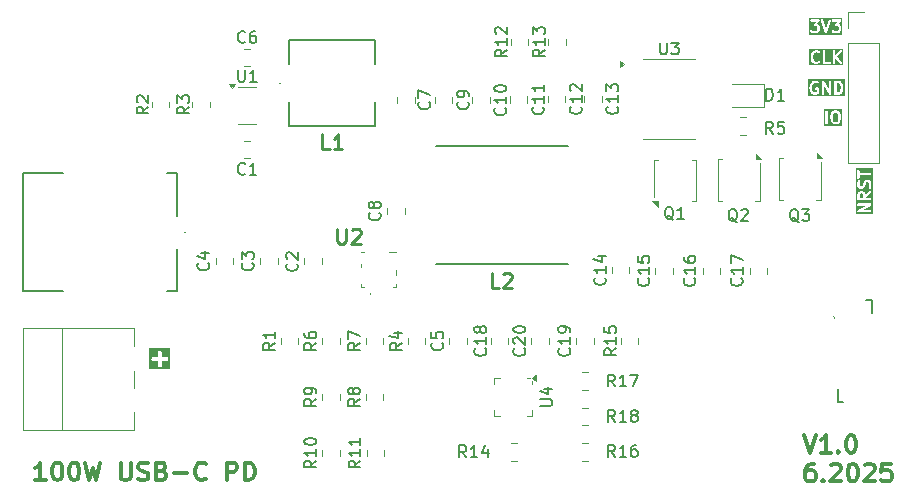
<source format=gbr>
%TF.GenerationSoftware,KiCad,Pcbnew,9.0.0*%
%TF.CreationDate,2025-06-04T14:10:33+02:00*%
%TF.ProjectId,usb_c_pd_source,7573625f-635f-4706-945f-736f75726365,rev?*%
%TF.SameCoordinates,Original*%
%TF.FileFunction,Legend,Top*%
%TF.FilePolarity,Positive*%
%FSLAX46Y46*%
G04 Gerber Fmt 4.6, Leading zero omitted, Abs format (unit mm)*
G04 Created by KiCad (PCBNEW 9.0.0) date 2025-06-04 14:10:33*
%MOMM*%
%LPD*%
G01*
G04 APERTURE LIST*
%ADD10C,0.200000*%
%ADD11C,0.300000*%
%ADD12C,0.150000*%
%ADD13C,0.254000*%
%ADD14C,0.120000*%
%ADD15C,0.100000*%
G04 APERTURE END LIST*
D10*
G36*
X136536554Y-125541084D02*
G01*
X136561223Y-125565752D01*
X136591028Y-125625362D01*
X136591028Y-125882707D01*
X136267219Y-125882707D01*
X136267219Y-125625362D01*
X136297024Y-125565752D01*
X136321692Y-125541083D01*
X136381302Y-125511279D01*
X136476945Y-125511279D01*
X136536554Y-125541084D01*
G37*
G36*
X137378330Y-127241437D02*
G01*
X135956108Y-127241437D01*
X135956108Y-127023341D01*
X136067463Y-127023341D01*
X136069140Y-127036534D01*
X136069140Y-127049835D01*
X136071579Y-127055723D01*
X136072383Y-127062048D01*
X136078983Y-127073597D01*
X136084072Y-127085883D01*
X136088579Y-127090390D01*
X136091742Y-127095925D01*
X136102256Y-127104067D01*
X136111662Y-127113473D01*
X136117552Y-127115912D01*
X136122591Y-127119815D01*
X136135419Y-127123313D01*
X136147710Y-127128405D01*
X136157687Y-127129387D01*
X136160234Y-127130082D01*
X136162201Y-127129831D01*
X136167219Y-127130326D01*
X137167219Y-127130326D01*
X137186728Y-127128405D01*
X137222776Y-127113473D01*
X137250366Y-127085883D01*
X137265298Y-127049835D01*
X137265298Y-127010817D01*
X137250366Y-126974769D01*
X137222776Y-126947179D01*
X137186728Y-126932247D01*
X137167219Y-126930326D01*
X136543775Y-126930326D01*
X137216833Y-126545722D01*
X137220943Y-126542803D01*
X137222776Y-126542045D01*
X137224642Y-126540178D01*
X137232818Y-126534375D01*
X137240962Y-126523858D01*
X137250366Y-126514455D01*
X137252804Y-126508567D01*
X137256709Y-126503526D01*
X137260208Y-126490693D01*
X137265298Y-126478407D01*
X137265298Y-126472031D01*
X137266975Y-126465882D01*
X137265298Y-126452688D01*
X137265298Y-126439389D01*
X137262858Y-126433500D01*
X137262055Y-126427176D01*
X137255454Y-126415626D01*
X137250366Y-126403341D01*
X137245858Y-126398833D01*
X137242696Y-126393299D01*
X137232179Y-126385154D01*
X137222776Y-126375751D01*
X137216888Y-126373312D01*
X137211847Y-126369408D01*
X137199014Y-126365908D01*
X137186728Y-126360819D01*
X137176750Y-126359836D01*
X137174204Y-126359142D01*
X137172236Y-126359392D01*
X137167219Y-126358898D01*
X136167219Y-126358898D01*
X136147710Y-126360819D01*
X136111662Y-126375751D01*
X136084072Y-126403341D01*
X136069140Y-126439389D01*
X136069140Y-126478407D01*
X136084072Y-126514455D01*
X136111662Y-126542045D01*
X136147710Y-126556977D01*
X136167219Y-126558898D01*
X136790663Y-126558898D01*
X136117605Y-126943502D01*
X136113494Y-126946420D01*
X136111662Y-126947179D01*
X136109795Y-126949045D01*
X136101620Y-126954849D01*
X136093477Y-126965363D01*
X136084072Y-126974769D01*
X136081632Y-126980659D01*
X136077730Y-126985698D01*
X136074231Y-126998526D01*
X136069140Y-127010817D01*
X136069140Y-127017192D01*
X136067463Y-127023341D01*
X135956108Y-127023341D01*
X135956108Y-125601755D01*
X136067219Y-125601755D01*
X136067219Y-125982707D01*
X136069140Y-126002216D01*
X136084072Y-126038264D01*
X136111662Y-126065854D01*
X136147710Y-126080786D01*
X136167219Y-126082707D01*
X137167219Y-126082707D01*
X137186728Y-126080786D01*
X137222776Y-126065854D01*
X137250366Y-126038264D01*
X137265298Y-126002216D01*
X137265298Y-125963198D01*
X137250366Y-125927150D01*
X137222776Y-125899560D01*
X137186728Y-125884628D01*
X137167219Y-125882707D01*
X136791028Y-125882707D01*
X136791028Y-125796677D01*
X137224565Y-125493202D01*
X137239446Y-125480441D01*
X137260415Y-125447536D01*
X137267196Y-125409111D01*
X137258756Y-125371017D01*
X137236381Y-125339052D01*
X137203476Y-125318083D01*
X137165052Y-125311302D01*
X137126957Y-125319742D01*
X137109873Y-125329356D01*
X136781347Y-125559323D01*
X136780471Y-125557033D01*
X136732852Y-125461796D01*
X136727566Y-125453399D01*
X136726556Y-125450959D01*
X136724302Y-125448213D01*
X136722409Y-125445205D01*
X136720411Y-125443472D01*
X136714119Y-125435806D01*
X136666501Y-125388187D01*
X136658830Y-125381892D01*
X136657101Y-125379898D01*
X136654093Y-125378004D01*
X136651347Y-125375751D01*
X136648907Y-125374740D01*
X136640511Y-125369455D01*
X136545273Y-125321836D01*
X136526965Y-125314830D01*
X136523381Y-125314575D01*
X136520061Y-125313200D01*
X136500552Y-125311279D01*
X136357695Y-125311279D01*
X136338186Y-125313200D01*
X136334865Y-125314575D01*
X136331282Y-125314830D01*
X136312973Y-125321836D01*
X136217736Y-125369455D01*
X136209339Y-125374740D01*
X136206899Y-125375751D01*
X136204153Y-125378004D01*
X136201145Y-125379898D01*
X136199412Y-125381895D01*
X136191746Y-125388188D01*
X136144127Y-125435806D01*
X136137832Y-125443476D01*
X136135838Y-125445206D01*
X136133944Y-125448213D01*
X136131691Y-125450960D01*
X136130680Y-125453399D01*
X136125395Y-125461796D01*
X136077776Y-125557034D01*
X136070770Y-125575342D01*
X136070515Y-125578925D01*
X136069140Y-125582246D01*
X136067219Y-125601755D01*
X135956108Y-125601755D01*
X135956108Y-124601755D01*
X136067219Y-124601755D01*
X136067219Y-124839850D01*
X136069140Y-124859359D01*
X136070515Y-124862679D01*
X136070770Y-124866263D01*
X136077776Y-124884571D01*
X136125395Y-124979809D01*
X136130680Y-124988205D01*
X136131691Y-124990645D01*
X136133944Y-124993391D01*
X136135838Y-124996399D01*
X136137832Y-124998128D01*
X136144127Y-125005799D01*
X136191746Y-125053417D01*
X136199412Y-125059709D01*
X136201145Y-125061707D01*
X136204153Y-125063600D01*
X136206899Y-125065854D01*
X136209339Y-125066864D01*
X136217736Y-125072150D01*
X136312973Y-125119769D01*
X136331282Y-125126775D01*
X136334865Y-125127029D01*
X136338186Y-125128405D01*
X136357695Y-125130326D01*
X136452933Y-125130326D01*
X136472442Y-125128405D01*
X136475762Y-125127029D01*
X136479346Y-125126775D01*
X136497654Y-125119769D01*
X136592892Y-125072150D01*
X136601288Y-125066864D01*
X136603728Y-125065854D01*
X136606474Y-125063600D01*
X136609482Y-125061707D01*
X136611211Y-125059712D01*
X136618882Y-125053418D01*
X136666500Y-125005799D01*
X136672792Y-124998132D01*
X136674790Y-124996400D01*
X136676683Y-124993391D01*
X136678937Y-124990646D01*
X136679947Y-124988205D01*
X136685233Y-124979809D01*
X136732852Y-124884572D01*
X136733398Y-124883143D01*
X136733828Y-124882564D01*
X136736749Y-124874387D01*
X136739858Y-124866263D01*
X136739909Y-124865542D01*
X136740423Y-124864104D01*
X136785379Y-124684278D01*
X136820833Y-124613371D01*
X136845501Y-124588702D01*
X136905111Y-124558898D01*
X136953135Y-124558898D01*
X137012746Y-124588704D01*
X137037414Y-124613371D01*
X137067219Y-124672981D01*
X137067219Y-124871242D01*
X137024732Y-124998703D01*
X137020385Y-125017819D01*
X137023151Y-125056739D01*
X137040601Y-125091638D01*
X137070077Y-125117203D01*
X137107093Y-125129541D01*
X137146013Y-125126775D01*
X137180912Y-125109325D01*
X137206477Y-125079849D01*
X137214468Y-125061949D01*
X137262087Y-124919092D01*
X137264286Y-124909419D01*
X137265298Y-124906978D01*
X137265646Y-124903440D01*
X137266434Y-124899977D01*
X137266246Y-124897342D01*
X137267219Y-124887469D01*
X137267219Y-124649374D01*
X137265298Y-124629865D01*
X137263922Y-124626544D01*
X137263668Y-124622961D01*
X137256662Y-124604652D01*
X137209043Y-124509415D01*
X137203757Y-124501018D01*
X137202747Y-124498578D01*
X137200493Y-124495832D01*
X137198600Y-124492824D01*
X137196603Y-124491092D01*
X137190310Y-124483424D01*
X137142690Y-124435806D01*
X137135020Y-124429511D01*
X137133291Y-124427517D01*
X137130286Y-124425625D01*
X137127537Y-124423369D01*
X137125093Y-124422357D01*
X137116701Y-124417074D01*
X137021463Y-124369455D01*
X137003155Y-124362449D01*
X136999571Y-124362194D01*
X136996251Y-124360819D01*
X136976742Y-124358898D01*
X136881504Y-124358898D01*
X136861995Y-124360819D01*
X136858674Y-124362194D01*
X136855091Y-124362449D01*
X136836782Y-124369455D01*
X136741545Y-124417074D01*
X136733148Y-124422359D01*
X136730708Y-124423370D01*
X136727962Y-124425623D01*
X136724954Y-124427517D01*
X136723221Y-124429514D01*
X136715555Y-124435807D01*
X136667936Y-124483425D01*
X136661641Y-124491095D01*
X136659647Y-124492825D01*
X136657753Y-124495832D01*
X136655500Y-124498579D01*
X136654489Y-124501018D01*
X136649204Y-124509415D01*
X136601585Y-124604653D01*
X136601039Y-124606079D01*
X136600609Y-124606660D01*
X136597687Y-124614836D01*
X136594579Y-124622961D01*
X136594527Y-124623683D01*
X136594014Y-124625121D01*
X136549057Y-124804945D01*
X136513604Y-124875852D01*
X136488935Y-124900520D01*
X136429326Y-124930326D01*
X136381302Y-124930326D01*
X136321692Y-124900521D01*
X136297024Y-124875852D01*
X136267219Y-124816242D01*
X136267219Y-124617982D01*
X136309706Y-124490521D01*
X136314053Y-124471406D01*
X136311287Y-124432486D01*
X136293837Y-124397587D01*
X136264361Y-124372022D01*
X136227345Y-124359683D01*
X136188425Y-124362450D01*
X136153526Y-124379899D01*
X136127961Y-124409375D01*
X136119970Y-124427276D01*
X136072351Y-124570132D01*
X136070151Y-124579803D01*
X136069140Y-124582246D01*
X136068791Y-124585784D01*
X136068004Y-124589248D01*
X136068191Y-124591881D01*
X136067219Y-124601755D01*
X135956108Y-124601755D01*
X135956108Y-123601755D01*
X136067219Y-123601755D01*
X136067219Y-124173183D01*
X136069140Y-124192692D01*
X136084072Y-124228740D01*
X136111662Y-124256330D01*
X136147710Y-124271262D01*
X136186728Y-124271262D01*
X136222776Y-124256330D01*
X136250366Y-124228740D01*
X136265298Y-124192692D01*
X136267219Y-124173183D01*
X136267219Y-123987469D01*
X137167219Y-123987469D01*
X137186728Y-123985548D01*
X137222776Y-123970616D01*
X137250366Y-123943026D01*
X137265298Y-123906978D01*
X137265298Y-123867960D01*
X137250366Y-123831912D01*
X137222776Y-123804322D01*
X137186728Y-123789390D01*
X137167219Y-123787469D01*
X136267219Y-123787469D01*
X136267219Y-123601755D01*
X136265298Y-123582246D01*
X136250366Y-123546198D01*
X136222776Y-123518608D01*
X136186728Y-123503676D01*
X136147710Y-123503676D01*
X136111662Y-123518608D01*
X136084072Y-123546198D01*
X136069140Y-123582246D01*
X136067219Y-123601755D01*
X135956108Y-123601755D01*
X135956108Y-123392565D01*
X137378330Y-123392565D01*
X137378330Y-127241437D01*
G37*
D11*
G36*
X77911153Y-140414613D02*
G01*
X76140725Y-140414613D01*
X76140725Y-139500136D01*
X76307392Y-139500136D01*
X76307392Y-139558664D01*
X76329790Y-139612736D01*
X76371174Y-139654120D01*
X76425246Y-139676518D01*
X76454510Y-139679400D01*
X76875939Y-139679400D01*
X76875939Y-140100828D01*
X76878821Y-140130092D01*
X76901219Y-140184164D01*
X76942603Y-140225548D01*
X76996675Y-140247946D01*
X77055203Y-140247946D01*
X77109275Y-140225548D01*
X77150659Y-140184164D01*
X77173057Y-140130092D01*
X77175939Y-140100828D01*
X77175939Y-139679400D01*
X77597368Y-139679400D01*
X77626632Y-139676518D01*
X77680704Y-139654120D01*
X77722088Y-139612736D01*
X77744486Y-139558664D01*
X77744486Y-139500136D01*
X77722088Y-139446064D01*
X77680704Y-139404680D01*
X77626632Y-139382282D01*
X77597368Y-139379400D01*
X77175939Y-139379400D01*
X77175939Y-138957971D01*
X77173057Y-138928707D01*
X77150659Y-138874635D01*
X77109275Y-138833251D01*
X77055203Y-138810853D01*
X76996675Y-138810853D01*
X76942603Y-138833251D01*
X76901219Y-138874635D01*
X76878821Y-138928707D01*
X76875939Y-138957971D01*
X76875939Y-139379400D01*
X76454510Y-139379400D01*
X76425246Y-139382282D01*
X76371174Y-139404680D01*
X76329790Y-139446064D01*
X76307392Y-139500136D01*
X76140725Y-139500136D01*
X76140725Y-138644186D01*
X77911153Y-138644186D01*
X77911153Y-140414613D01*
G37*
D10*
G36*
X134861588Y-114678330D02*
G01*
X132010943Y-114678330D01*
X132010943Y-113895790D01*
X132122054Y-113895790D01*
X132122054Y-114038647D01*
X132122389Y-114042049D01*
X132122172Y-114043508D01*
X132123251Y-114050805D01*
X132123975Y-114058156D01*
X132124539Y-114059519D01*
X132125040Y-114062901D01*
X132172659Y-114253376D01*
X132173172Y-114254813D01*
X132173224Y-114255536D01*
X132176332Y-114263660D01*
X132179254Y-114271837D01*
X132179684Y-114272417D01*
X132180230Y-114273844D01*
X132227849Y-114369082D01*
X132233131Y-114377474D01*
X132234144Y-114379918D01*
X132236400Y-114382667D01*
X132238292Y-114385672D01*
X132240286Y-114387401D01*
X132246581Y-114395071D01*
X132341819Y-114490311D01*
X132356972Y-114502747D01*
X132360291Y-114504122D01*
X132363007Y-114506477D01*
X132380907Y-114514468D01*
X132523764Y-114562087D01*
X132533436Y-114564286D01*
X132535878Y-114565298D01*
X132539415Y-114565646D01*
X132542879Y-114566434D01*
X132545513Y-114566246D01*
X132555387Y-114567219D01*
X132650625Y-114567219D01*
X132660498Y-114566246D01*
X132663132Y-114566434D01*
X132666595Y-114565646D01*
X132670134Y-114565298D01*
X132672576Y-114564286D01*
X132682248Y-114562087D01*
X132825104Y-114514468D01*
X132843005Y-114506477D01*
X132845720Y-114504122D01*
X132849040Y-114502747D01*
X132864193Y-114490310D01*
X132911812Y-114442690D01*
X132924249Y-114427537D01*
X132939180Y-114391488D01*
X132939179Y-114352470D01*
X132924248Y-114316422D01*
X132896657Y-114288832D01*
X132860609Y-114273901D01*
X132821591Y-114273902D01*
X132785543Y-114288833D01*
X132770389Y-114301270D01*
X132739462Y-114332197D01*
X132634398Y-114367219D01*
X132571613Y-114367219D01*
X132466548Y-114332197D01*
X132399478Y-114265127D01*
X132364024Y-114194218D01*
X132322054Y-114026337D01*
X132322054Y-113908100D01*
X132364024Y-113740218D01*
X132399477Y-113669312D01*
X132466549Y-113602240D01*
X132571613Y-113567219D01*
X132634398Y-113567219D01*
X132739463Y-113602240D01*
X132770390Y-113633167D01*
X132785543Y-113645604D01*
X132821592Y-113660535D01*
X132860610Y-113660535D01*
X132896658Y-113645604D01*
X132924248Y-113618014D01*
X132939179Y-113581966D01*
X132939179Y-113542948D01*
X132924248Y-113506899D01*
X132911811Y-113491746D01*
X132887285Y-113467219D01*
X133169673Y-113467219D01*
X133169673Y-114467219D01*
X133171594Y-114486728D01*
X133186526Y-114522776D01*
X133214116Y-114550366D01*
X133250164Y-114565298D01*
X133269673Y-114567219D01*
X133745863Y-114567219D01*
X133765372Y-114565298D01*
X133801420Y-114550366D01*
X133829010Y-114522776D01*
X133843942Y-114486728D01*
X133843942Y-114447710D01*
X133829010Y-114411662D01*
X133801420Y-114384072D01*
X133765372Y-114369140D01*
X133745863Y-114367219D01*
X133369673Y-114367219D01*
X133369673Y-113467219D01*
X133979197Y-113467219D01*
X133979197Y-114467219D01*
X133981118Y-114486728D01*
X133996050Y-114522776D01*
X134023640Y-114550366D01*
X134059688Y-114565298D01*
X134098706Y-114565298D01*
X134134754Y-114550366D01*
X134162344Y-114522776D01*
X134177276Y-114486728D01*
X134179197Y-114467219D01*
X134179197Y-114080069D01*
X134211234Y-114048031D01*
X134570625Y-114527219D01*
X134583867Y-114541674D01*
X134617442Y-114561553D01*
X134656068Y-114567071D01*
X134693865Y-114557388D01*
X134725080Y-114533977D01*
X134744959Y-114500403D01*
X134750477Y-114461777D01*
X134740794Y-114423979D01*
X134730625Y-114407219D01*
X134354091Y-113905174D01*
X134721336Y-113537930D01*
X134733772Y-113522777D01*
X134748703Y-113486728D01*
X134748703Y-113447710D01*
X134733772Y-113411662D01*
X134706182Y-113384072D01*
X134670134Y-113369141D01*
X134631116Y-113369141D01*
X134595067Y-113384072D01*
X134579914Y-113396508D01*
X134179197Y-113797225D01*
X134179197Y-113467219D01*
X134177276Y-113447710D01*
X134162344Y-113411662D01*
X134134754Y-113384072D01*
X134098706Y-113369140D01*
X134059688Y-113369140D01*
X134023640Y-113384072D01*
X133996050Y-113411662D01*
X133981118Y-113447710D01*
X133979197Y-113467219D01*
X133369673Y-113467219D01*
X133367752Y-113447710D01*
X133352820Y-113411662D01*
X133325230Y-113384072D01*
X133289182Y-113369140D01*
X133250164Y-113369140D01*
X133214116Y-113384072D01*
X133186526Y-113411662D01*
X133171594Y-113447710D01*
X133169673Y-113467219D01*
X132887285Y-113467219D01*
X132864193Y-113444127D01*
X132849039Y-113431691D01*
X132845720Y-113430316D01*
X132843005Y-113427961D01*
X132825104Y-113419970D01*
X132682248Y-113372351D01*
X132672576Y-113370151D01*
X132670134Y-113369140D01*
X132666595Y-113368791D01*
X132663132Y-113368004D01*
X132660498Y-113368191D01*
X132650625Y-113367219D01*
X132555387Y-113367219D01*
X132545513Y-113368191D01*
X132542879Y-113368004D01*
X132539415Y-113368791D01*
X132535878Y-113369140D01*
X132533436Y-113370151D01*
X132523764Y-113372351D01*
X132380907Y-113419970D01*
X132363007Y-113427961D01*
X132360291Y-113430316D01*
X132356973Y-113431691D01*
X132341819Y-113444127D01*
X132246581Y-113539365D01*
X132240286Y-113547035D01*
X132238292Y-113548765D01*
X132236398Y-113551772D01*
X132234145Y-113554519D01*
X132233134Y-113556958D01*
X132227849Y-113565355D01*
X132180230Y-113660593D01*
X132179684Y-113662019D01*
X132179254Y-113662600D01*
X132176332Y-113670776D01*
X132173224Y-113678901D01*
X132173172Y-113679623D01*
X132172659Y-113681061D01*
X132125040Y-113871536D01*
X132124539Y-113874917D01*
X132123975Y-113876281D01*
X132123251Y-113883631D01*
X132122172Y-113890929D01*
X132122389Y-113892387D01*
X132122054Y-113895790D01*
X132010943Y-113895790D01*
X132010943Y-113256108D01*
X134861588Y-113256108D01*
X134861588Y-114678330D01*
G37*
G36*
X134544224Y-116202240D02*
G01*
X134611297Y-116269313D01*
X134646749Y-116340218D01*
X134688720Y-116508099D01*
X134688720Y-116626337D01*
X134646749Y-116794218D01*
X134611296Y-116865124D01*
X134544225Y-116932197D01*
X134439160Y-116967219D01*
X134317292Y-116967219D01*
X134317292Y-116167219D01*
X134439160Y-116167219D01*
X134544224Y-116202240D01*
G37*
G36*
X134999831Y-117278330D02*
G01*
X131910943Y-117278330D01*
X131910943Y-116495790D01*
X132022054Y-116495790D01*
X132022054Y-116638647D01*
X132022389Y-116642049D01*
X132022172Y-116643508D01*
X132023251Y-116650805D01*
X132023975Y-116658156D01*
X132024539Y-116659519D01*
X132025040Y-116662901D01*
X132072659Y-116853376D01*
X132073172Y-116854813D01*
X132073224Y-116855536D01*
X132076332Y-116863660D01*
X132079254Y-116871837D01*
X132079684Y-116872417D01*
X132080230Y-116873844D01*
X132127849Y-116969082D01*
X132133131Y-116977474D01*
X132134144Y-116979918D01*
X132136400Y-116982667D01*
X132138292Y-116985672D01*
X132140286Y-116987401D01*
X132146581Y-116995071D01*
X132241819Y-117090311D01*
X132256972Y-117102747D01*
X132260291Y-117104122D01*
X132263007Y-117106477D01*
X132280907Y-117114468D01*
X132423764Y-117162087D01*
X132433436Y-117164286D01*
X132435878Y-117165298D01*
X132439415Y-117165646D01*
X132442879Y-117166434D01*
X132445513Y-117166246D01*
X132455387Y-117167219D01*
X132550625Y-117167219D01*
X132560498Y-117166246D01*
X132563132Y-117166434D01*
X132566595Y-117165646D01*
X132570134Y-117165298D01*
X132572576Y-117164286D01*
X132582248Y-117162087D01*
X132725104Y-117114468D01*
X132743005Y-117106477D01*
X132745720Y-117104122D01*
X132749040Y-117102747D01*
X132764193Y-117090310D01*
X132811812Y-117042690D01*
X132824249Y-117027537D01*
X132839180Y-116991488D01*
X132841101Y-116971980D01*
X132841101Y-116638647D01*
X132839180Y-116619138D01*
X132824248Y-116583090D01*
X132796658Y-116555500D01*
X132760610Y-116540568D01*
X132741101Y-116538647D01*
X132550625Y-116538647D01*
X132531116Y-116540568D01*
X132495068Y-116555500D01*
X132467478Y-116583090D01*
X132452546Y-116619138D01*
X132452546Y-116658156D01*
X132467478Y-116694204D01*
X132495068Y-116721794D01*
X132531116Y-116736726D01*
X132550625Y-116738647D01*
X132641101Y-116738647D01*
X132641101Y-116930559D01*
X132639462Y-116932197D01*
X132534398Y-116967219D01*
X132471613Y-116967219D01*
X132366548Y-116932197D01*
X132299478Y-116865127D01*
X132264024Y-116794218D01*
X132222054Y-116626337D01*
X132222054Y-116508100D01*
X132264024Y-116340218D01*
X132299477Y-116269312D01*
X132366549Y-116202240D01*
X132471613Y-116167219D01*
X132574637Y-116167219D01*
X132648760Y-116204281D01*
X132667069Y-116211287D01*
X132705989Y-116214053D01*
X132743005Y-116201714D01*
X132772482Y-116176149D01*
X132789931Y-116141251D01*
X132792696Y-116102331D01*
X132780993Y-116067219D01*
X133069673Y-116067219D01*
X133069673Y-117067219D01*
X133071594Y-117086728D01*
X133086526Y-117122776D01*
X133114116Y-117150366D01*
X133150164Y-117165298D01*
X133189182Y-117165298D01*
X133225230Y-117150366D01*
X133252820Y-117122776D01*
X133267752Y-117086728D01*
X133269673Y-117067219D01*
X133269673Y-116443775D01*
X133654277Y-117116833D01*
X133657195Y-117120943D01*
X133657954Y-117122776D01*
X133659820Y-117124642D01*
X133665624Y-117132818D01*
X133676140Y-117140962D01*
X133685544Y-117150366D01*
X133691431Y-117152804D01*
X133696473Y-117156709D01*
X133709305Y-117160208D01*
X133721592Y-117165298D01*
X133727968Y-117165298D01*
X133734117Y-117166975D01*
X133747310Y-117165298D01*
X133760610Y-117165298D01*
X133766498Y-117162858D01*
X133772823Y-117162055D01*
X133784372Y-117155454D01*
X133796658Y-117150366D01*
X133801165Y-117145858D01*
X133806700Y-117142696D01*
X133814844Y-117132179D01*
X133824248Y-117122776D01*
X133826686Y-117116888D01*
X133830591Y-117111847D01*
X133834090Y-117099014D01*
X133839180Y-117086728D01*
X133840162Y-117076750D01*
X133840857Y-117074204D01*
X133840606Y-117072236D01*
X133841101Y-117067219D01*
X133841101Y-116067219D01*
X134117292Y-116067219D01*
X134117292Y-117067219D01*
X134119213Y-117086728D01*
X134134145Y-117122776D01*
X134161735Y-117150366D01*
X134197783Y-117165298D01*
X134217292Y-117167219D01*
X134455387Y-117167219D01*
X134465260Y-117166246D01*
X134467894Y-117166434D01*
X134471357Y-117165646D01*
X134474896Y-117165298D01*
X134477338Y-117164286D01*
X134487010Y-117162087D01*
X134629866Y-117114468D01*
X134647767Y-117106477D01*
X134650482Y-117104122D01*
X134653802Y-117102747D01*
X134668955Y-117090310D01*
X134764193Y-116995071D01*
X134770485Y-116987404D01*
X134772482Y-116985673D01*
X134774375Y-116982665D01*
X134776630Y-116979918D01*
X134777641Y-116977476D01*
X134782925Y-116969082D01*
X134830544Y-116873845D01*
X134831090Y-116872416D01*
X134831520Y-116871837D01*
X134834441Y-116863660D01*
X134837550Y-116855536D01*
X134837601Y-116854815D01*
X134838115Y-116853377D01*
X134885734Y-116662901D01*
X134886234Y-116659519D01*
X134886799Y-116658156D01*
X134887522Y-116650805D01*
X134888602Y-116643508D01*
X134888384Y-116642049D01*
X134888720Y-116638647D01*
X134888720Y-116495790D01*
X134888384Y-116492387D01*
X134888602Y-116490929D01*
X134887522Y-116483631D01*
X134886799Y-116476281D01*
X134886234Y-116474917D01*
X134885734Y-116471536D01*
X134838115Y-116281060D01*
X134837601Y-116279621D01*
X134837550Y-116278901D01*
X134834441Y-116270776D01*
X134831520Y-116262600D01*
X134831090Y-116262020D01*
X134830544Y-116260592D01*
X134782925Y-116165355D01*
X134777638Y-116156956D01*
X134776629Y-116154519D01*
X134774377Y-116151775D01*
X134772482Y-116148764D01*
X134770484Y-116147031D01*
X134764193Y-116139365D01*
X134668955Y-116044127D01*
X134653801Y-116031691D01*
X134650482Y-116030316D01*
X134647767Y-116027961D01*
X134629866Y-116019970D01*
X134487010Y-115972351D01*
X134477338Y-115970151D01*
X134474896Y-115969140D01*
X134471357Y-115968791D01*
X134467894Y-115968004D01*
X134465260Y-115968191D01*
X134455387Y-115967219D01*
X134217292Y-115967219D01*
X134197783Y-115969140D01*
X134161735Y-115984072D01*
X134134145Y-116011662D01*
X134119213Y-116047710D01*
X134117292Y-116067219D01*
X133841101Y-116067219D01*
X133839180Y-116047710D01*
X133824248Y-116011662D01*
X133796658Y-115984072D01*
X133760610Y-115969140D01*
X133721592Y-115969140D01*
X133685544Y-115984072D01*
X133657954Y-116011662D01*
X133643022Y-116047710D01*
X133641101Y-116067219D01*
X133641101Y-116690662D01*
X133256497Y-116017605D01*
X133253578Y-116013494D01*
X133252820Y-116011662D01*
X133250953Y-116009795D01*
X133245150Y-116001620D01*
X133234635Y-115993477D01*
X133225230Y-115984072D01*
X133219339Y-115981632D01*
X133214301Y-115977730D01*
X133201472Y-115974231D01*
X133189182Y-115969140D01*
X133182807Y-115969140D01*
X133176658Y-115967463D01*
X133163465Y-115969140D01*
X133150164Y-115969140D01*
X133144275Y-115971579D01*
X133137951Y-115972383D01*
X133126401Y-115978983D01*
X133114116Y-115984072D01*
X133109608Y-115988579D01*
X133104074Y-115991742D01*
X133095931Y-116002256D01*
X133086526Y-116011662D01*
X133084086Y-116017552D01*
X133080184Y-116022591D01*
X133076685Y-116035419D01*
X133071594Y-116047710D01*
X133070611Y-116057687D01*
X133069917Y-116060234D01*
X133070167Y-116062201D01*
X133069673Y-116067219D01*
X132780993Y-116067219D01*
X132780358Y-116065315D01*
X132754793Y-116035838D01*
X132738203Y-116025395D01*
X132642965Y-115977776D01*
X132624657Y-115970770D01*
X132621073Y-115970515D01*
X132617753Y-115969140D01*
X132598244Y-115967219D01*
X132455387Y-115967219D01*
X132445513Y-115968191D01*
X132442879Y-115968004D01*
X132439415Y-115968791D01*
X132435878Y-115969140D01*
X132433436Y-115970151D01*
X132423764Y-115972351D01*
X132280907Y-116019970D01*
X132263007Y-116027961D01*
X132260291Y-116030316D01*
X132256973Y-116031691D01*
X132241819Y-116044127D01*
X132146581Y-116139365D01*
X132140286Y-116147035D01*
X132138292Y-116148765D01*
X132136398Y-116151772D01*
X132134145Y-116154519D01*
X132133134Y-116156958D01*
X132127849Y-116165355D01*
X132080230Y-116260593D01*
X132079684Y-116262019D01*
X132079254Y-116262600D01*
X132076332Y-116270776D01*
X132073224Y-116278901D01*
X132073172Y-116279623D01*
X132072659Y-116281061D01*
X132025040Y-116471536D01*
X132024539Y-116474917D01*
X132023975Y-116476281D01*
X132023251Y-116483631D01*
X132022172Y-116490929D01*
X132022389Y-116492387D01*
X132022054Y-116495790D01*
X131910943Y-116495790D01*
X131910943Y-115856108D01*
X134999831Y-115856108D01*
X134999831Y-117278330D01*
G37*
G36*
X134814117Y-112078330D02*
G01*
X131965245Y-112078330D01*
X131965245Y-110847710D01*
X132076356Y-110847710D01*
X132076356Y-110886728D01*
X132091288Y-110922776D01*
X132118878Y-110950366D01*
X132154926Y-110965298D01*
X132174435Y-110967219D01*
X132573105Y-110967219D01*
X132384891Y-111182321D01*
X132378861Y-111190754D01*
X132377002Y-111192614D01*
X132376271Y-111194377D01*
X132373490Y-111198268D01*
X132368285Y-111213656D01*
X132362070Y-111228662D01*
X132362070Y-111232035D01*
X132360990Y-111235229D01*
X132362070Y-111251431D01*
X132362070Y-111267680D01*
X132363360Y-111270795D01*
X132363585Y-111274161D01*
X132370785Y-111288721D01*
X132377002Y-111303728D01*
X132379386Y-111306112D01*
X132380882Y-111309136D01*
X132393107Y-111319833D01*
X132404592Y-111331318D01*
X132407706Y-111332608D01*
X132410246Y-111334830D01*
X132425634Y-111340034D01*
X132440640Y-111346250D01*
X132445399Y-111346718D01*
X132447207Y-111347330D01*
X132449831Y-111347155D01*
X132460149Y-111348171D01*
X132579399Y-111348171D01*
X132639008Y-111377976D01*
X132663677Y-111402644D01*
X132693482Y-111462254D01*
X132693482Y-111653135D01*
X132663677Y-111712743D01*
X132639008Y-111737413D01*
X132579399Y-111767219D01*
X132340899Y-111767219D01*
X132281289Y-111737414D01*
X132245146Y-111701270D01*
X132229993Y-111688833D01*
X132193945Y-111673902D01*
X132154927Y-111673901D01*
X132118878Y-111688832D01*
X132091288Y-111716422D01*
X132076357Y-111752470D01*
X132076356Y-111791488D01*
X132091287Y-111827537D01*
X132103724Y-111842690D01*
X132151342Y-111890310D01*
X132159010Y-111896603D01*
X132160742Y-111898600D01*
X132163750Y-111900493D01*
X132166496Y-111902747D01*
X132168936Y-111903757D01*
X132177333Y-111909043D01*
X132272570Y-111956662D01*
X132290879Y-111963668D01*
X132294462Y-111963922D01*
X132297783Y-111965298D01*
X132317292Y-111967219D01*
X132603006Y-111967219D01*
X132622515Y-111965298D01*
X132625835Y-111963922D01*
X132629419Y-111963668D01*
X132647727Y-111956662D01*
X132742965Y-111909043D01*
X132751360Y-111903758D01*
X132753802Y-111902747D01*
X132756549Y-111900491D01*
X132759555Y-111898600D01*
X132761285Y-111896605D01*
X132768955Y-111890310D01*
X132816574Y-111842690D01*
X132822866Y-111835023D01*
X132824863Y-111833292D01*
X132826756Y-111830284D01*
X132829011Y-111827537D01*
X132830022Y-111825095D01*
X132835306Y-111816701D01*
X132882925Y-111721464D01*
X132889931Y-111703155D01*
X132890185Y-111699571D01*
X132891561Y-111696251D01*
X132893482Y-111676742D01*
X132893482Y-111438647D01*
X132891561Y-111419138D01*
X132890185Y-111415817D01*
X132889931Y-111412234D01*
X132882925Y-111393925D01*
X132835306Y-111298688D01*
X132830020Y-111290291D01*
X132829010Y-111287851D01*
X132826756Y-111285105D01*
X132824863Y-111282097D01*
X132822865Y-111280364D01*
X132816573Y-111272698D01*
X132768955Y-111225079D01*
X132761284Y-111218784D01*
X132759555Y-111216790D01*
X132756547Y-111214896D01*
X132753801Y-111212643D01*
X132751361Y-111211632D01*
X132742965Y-111206347D01*
X132664117Y-111166923D01*
X132868740Y-110933069D01*
X132874769Y-110924635D01*
X132876629Y-110922776D01*
X132877359Y-110921012D01*
X132880141Y-110917122D01*
X132885345Y-110901733D01*
X132891561Y-110886728D01*
X132891561Y-110883354D01*
X132892641Y-110880161D01*
X132892612Y-110879726D01*
X132979982Y-110879726D01*
X132984329Y-110898842D01*
X133317662Y-111898841D01*
X133325653Y-111916742D01*
X133330336Y-111922141D01*
X133333531Y-111928531D01*
X133343002Y-111936746D01*
X133351218Y-111946218D01*
X133357606Y-111949412D01*
X133363007Y-111954096D01*
X133374908Y-111958063D01*
X133386117Y-111963667D01*
X133393241Y-111964173D01*
X133400023Y-111966434D01*
X133412532Y-111965544D01*
X133425037Y-111966434D01*
X133431815Y-111964174D01*
X133438943Y-111963668D01*
X133450159Y-111958059D01*
X133462053Y-111954095D01*
X133467450Y-111949414D01*
X133473842Y-111946218D01*
X133482060Y-111936742D01*
X133491529Y-111928530D01*
X133494722Y-111922143D01*
X133499407Y-111916742D01*
X133507398Y-111898842D01*
X133840731Y-110898842D01*
X133845078Y-110879727D01*
X133842803Y-110847710D01*
X133885880Y-110847710D01*
X133885880Y-110886728D01*
X133900812Y-110922776D01*
X133928402Y-110950366D01*
X133964450Y-110965298D01*
X133983959Y-110967219D01*
X134382629Y-110967219D01*
X134194415Y-111182321D01*
X134188385Y-111190754D01*
X134186526Y-111192614D01*
X134185795Y-111194377D01*
X134183014Y-111198268D01*
X134177809Y-111213656D01*
X134171594Y-111228662D01*
X134171594Y-111232035D01*
X134170514Y-111235229D01*
X134171594Y-111251431D01*
X134171594Y-111267680D01*
X134172884Y-111270795D01*
X134173109Y-111274161D01*
X134180309Y-111288721D01*
X134186526Y-111303728D01*
X134188910Y-111306112D01*
X134190406Y-111309136D01*
X134202631Y-111319833D01*
X134214116Y-111331318D01*
X134217230Y-111332608D01*
X134219770Y-111334830D01*
X134235158Y-111340034D01*
X134250164Y-111346250D01*
X134254923Y-111346718D01*
X134256731Y-111347330D01*
X134259355Y-111347155D01*
X134269673Y-111348171D01*
X134388923Y-111348171D01*
X134448532Y-111377976D01*
X134473201Y-111402644D01*
X134503006Y-111462254D01*
X134503006Y-111653135D01*
X134473201Y-111712743D01*
X134448532Y-111737413D01*
X134388923Y-111767219D01*
X134150423Y-111767219D01*
X134090813Y-111737414D01*
X134054670Y-111701270D01*
X134039517Y-111688833D01*
X134003469Y-111673902D01*
X133964451Y-111673901D01*
X133928402Y-111688832D01*
X133900812Y-111716422D01*
X133885881Y-111752470D01*
X133885880Y-111791488D01*
X133900811Y-111827537D01*
X133913248Y-111842690D01*
X133960866Y-111890310D01*
X133968534Y-111896603D01*
X133970266Y-111898600D01*
X133973274Y-111900493D01*
X133976020Y-111902747D01*
X133978460Y-111903757D01*
X133986857Y-111909043D01*
X134082094Y-111956662D01*
X134100403Y-111963668D01*
X134103986Y-111963922D01*
X134107307Y-111965298D01*
X134126816Y-111967219D01*
X134412530Y-111967219D01*
X134432039Y-111965298D01*
X134435359Y-111963922D01*
X134438943Y-111963668D01*
X134457251Y-111956662D01*
X134552489Y-111909043D01*
X134560884Y-111903758D01*
X134563326Y-111902747D01*
X134566073Y-111900491D01*
X134569079Y-111898600D01*
X134570809Y-111896605D01*
X134578479Y-111890310D01*
X134626098Y-111842690D01*
X134632390Y-111835023D01*
X134634387Y-111833292D01*
X134636280Y-111830284D01*
X134638535Y-111827537D01*
X134639546Y-111825095D01*
X134644830Y-111816701D01*
X134692449Y-111721464D01*
X134699455Y-111703155D01*
X134699709Y-111699571D01*
X134701085Y-111696251D01*
X134703006Y-111676742D01*
X134703006Y-111438647D01*
X134701085Y-111419138D01*
X134699709Y-111415817D01*
X134699455Y-111412234D01*
X134692449Y-111393925D01*
X134644830Y-111298688D01*
X134639544Y-111290291D01*
X134638534Y-111287851D01*
X134636280Y-111285105D01*
X134634387Y-111282097D01*
X134632389Y-111280364D01*
X134626097Y-111272698D01*
X134578479Y-111225079D01*
X134570808Y-111218784D01*
X134569079Y-111216790D01*
X134566071Y-111214896D01*
X134563325Y-111212643D01*
X134560885Y-111211632D01*
X134552489Y-111206347D01*
X134473641Y-111166923D01*
X134678264Y-110933069D01*
X134684293Y-110924635D01*
X134686153Y-110922776D01*
X134686883Y-110921012D01*
X134689665Y-110917122D01*
X134694869Y-110901733D01*
X134701085Y-110886728D01*
X134701085Y-110883354D01*
X134702165Y-110880161D01*
X134701085Y-110863958D01*
X134701085Y-110847710D01*
X134699794Y-110844594D01*
X134699570Y-110841229D01*
X134692367Y-110826663D01*
X134686153Y-110811662D01*
X134683769Y-110809278D01*
X134682274Y-110806254D01*
X134670040Y-110795549D01*
X134658563Y-110784072D01*
X134655449Y-110782782D01*
X134652910Y-110780560D01*
X134637518Y-110775354D01*
X134622515Y-110769140D01*
X134617755Y-110768671D01*
X134615948Y-110768060D01*
X134613323Y-110768234D01*
X134603006Y-110767219D01*
X133983959Y-110767219D01*
X133964450Y-110769140D01*
X133928402Y-110784072D01*
X133900812Y-110811662D01*
X133885880Y-110847710D01*
X133842803Y-110847710D01*
X133842312Y-110840807D01*
X133824862Y-110805908D01*
X133795386Y-110780343D01*
X133758370Y-110768004D01*
X133719450Y-110770771D01*
X133684551Y-110788220D01*
X133658986Y-110817696D01*
X133650995Y-110835597D01*
X133412530Y-111550991D01*
X133174065Y-110835596D01*
X133166074Y-110817696D01*
X133140509Y-110788220D01*
X133105610Y-110770770D01*
X133066690Y-110768004D01*
X133029674Y-110780342D01*
X133000198Y-110805907D01*
X132982748Y-110840806D01*
X132979982Y-110879726D01*
X132892612Y-110879726D01*
X132891561Y-110863958D01*
X132891561Y-110847710D01*
X132890270Y-110844594D01*
X132890046Y-110841229D01*
X132882843Y-110826663D01*
X132876629Y-110811662D01*
X132874245Y-110809278D01*
X132872750Y-110806254D01*
X132860516Y-110795549D01*
X132849039Y-110784072D01*
X132845925Y-110782782D01*
X132843386Y-110780560D01*
X132827994Y-110775354D01*
X132812991Y-110769140D01*
X132808231Y-110768671D01*
X132806424Y-110768060D01*
X132803799Y-110768234D01*
X132793482Y-110767219D01*
X132174435Y-110767219D01*
X132154926Y-110769140D01*
X132118878Y-110784072D01*
X132091288Y-110811662D01*
X132076356Y-110847710D01*
X131965245Y-110847710D01*
X131965245Y-110656108D01*
X134814117Y-110656108D01*
X134814117Y-112078330D01*
G37*
G36*
X134362816Y-118697023D02*
G01*
X134426995Y-118761202D01*
X134464910Y-118912861D01*
X134464910Y-119221575D01*
X134426994Y-119373235D01*
X134362818Y-119437413D01*
X134303208Y-119467219D01*
X134159946Y-119467219D01*
X134100336Y-119437414D01*
X134036159Y-119373236D01*
X133998244Y-119221575D01*
X133998244Y-118912862D01*
X134036159Y-118761202D01*
X134100338Y-118697023D01*
X134159946Y-118667219D01*
X134303208Y-118667219D01*
X134362816Y-118697023D01*
G37*
G36*
X134776021Y-119778330D02*
G01*
X133258562Y-119778330D01*
X133258562Y-118567219D01*
X133369673Y-118567219D01*
X133369673Y-119567219D01*
X133371594Y-119586728D01*
X133386526Y-119622776D01*
X133414116Y-119650366D01*
X133450164Y-119665298D01*
X133489182Y-119665298D01*
X133525230Y-119650366D01*
X133552820Y-119622776D01*
X133567752Y-119586728D01*
X133569673Y-119567219D01*
X133569673Y-118900552D01*
X133798244Y-118900552D01*
X133798244Y-119233885D01*
X133798579Y-119237287D01*
X133798362Y-119238746D01*
X133799441Y-119246043D01*
X133800165Y-119253394D01*
X133800729Y-119254757D01*
X133801230Y-119258139D01*
X133848849Y-119448614D01*
X133855444Y-119467075D01*
X133859869Y-119473047D01*
X133862715Y-119479918D01*
X133875152Y-119495071D01*
X133970390Y-119590311D01*
X133978058Y-119596604D01*
X133979789Y-119598600D01*
X133982796Y-119600493D01*
X133985543Y-119602747D01*
X133987983Y-119603757D01*
X133996380Y-119609043D01*
X134091617Y-119656662D01*
X134109926Y-119663668D01*
X134113509Y-119663922D01*
X134116830Y-119665298D01*
X134136339Y-119667219D01*
X134326815Y-119667219D01*
X134346324Y-119665298D01*
X134349644Y-119663922D01*
X134353228Y-119663668D01*
X134371536Y-119656662D01*
X134466774Y-119609043D01*
X134475169Y-119603758D01*
X134477611Y-119602747D01*
X134480358Y-119600491D01*
X134483364Y-119598600D01*
X134485094Y-119596605D01*
X134492764Y-119590310D01*
X134588002Y-119495071D01*
X134600439Y-119479918D01*
X134603284Y-119473047D01*
X134607710Y-119467075D01*
X134614305Y-119448615D01*
X134661924Y-119258139D01*
X134662424Y-119254757D01*
X134662989Y-119253394D01*
X134663712Y-119246043D01*
X134664792Y-119238746D01*
X134664574Y-119237287D01*
X134664910Y-119233885D01*
X134664910Y-118900552D01*
X134664574Y-118897149D01*
X134664792Y-118895691D01*
X134663712Y-118888393D01*
X134662989Y-118881043D01*
X134662424Y-118879679D01*
X134661924Y-118876298D01*
X134614305Y-118685822D01*
X134607710Y-118667362D01*
X134603283Y-118661387D01*
X134600438Y-118654519D01*
X134588002Y-118639365D01*
X134492764Y-118544127D01*
X134485093Y-118537832D01*
X134483364Y-118535838D01*
X134480356Y-118533944D01*
X134477610Y-118531691D01*
X134475170Y-118530680D01*
X134466774Y-118525395D01*
X134371536Y-118477776D01*
X134353228Y-118470770D01*
X134349644Y-118470515D01*
X134346324Y-118469140D01*
X134326815Y-118467219D01*
X134136339Y-118467219D01*
X134116830Y-118469140D01*
X134113509Y-118470515D01*
X134109926Y-118470770D01*
X134091617Y-118477776D01*
X133996380Y-118525395D01*
X133987981Y-118530681D01*
X133985544Y-118531691D01*
X133982800Y-118533942D01*
X133979789Y-118535838D01*
X133978056Y-118537835D01*
X133970390Y-118544127D01*
X133875152Y-118639365D01*
X133862716Y-118654519D01*
X133859870Y-118661387D01*
X133855444Y-118667362D01*
X133848849Y-118685823D01*
X133801230Y-118876298D01*
X133800729Y-118879679D01*
X133800165Y-118881043D01*
X133799441Y-118888393D01*
X133798362Y-118895691D01*
X133798579Y-118897149D01*
X133798244Y-118900552D01*
X133569673Y-118900552D01*
X133569673Y-118567219D01*
X133567752Y-118547710D01*
X133552820Y-118511662D01*
X133525230Y-118484072D01*
X133489182Y-118469140D01*
X133450164Y-118469140D01*
X133414116Y-118484072D01*
X133386526Y-118511662D01*
X133371594Y-118547710D01*
X133369673Y-118567219D01*
X133258562Y-118567219D01*
X133258562Y-118356108D01*
X134776021Y-118356108D01*
X134776021Y-119778330D01*
G37*
D11*
X67340225Y-149800828D02*
X66483082Y-149800828D01*
X66911653Y-149800828D02*
X66911653Y-148300828D01*
X66911653Y-148300828D02*
X66768796Y-148515114D01*
X66768796Y-148515114D02*
X66625939Y-148657971D01*
X66625939Y-148657971D02*
X66483082Y-148729400D01*
X68268796Y-148300828D02*
X68411653Y-148300828D01*
X68411653Y-148300828D02*
X68554510Y-148372257D01*
X68554510Y-148372257D02*
X68625939Y-148443685D01*
X68625939Y-148443685D02*
X68697367Y-148586542D01*
X68697367Y-148586542D02*
X68768796Y-148872257D01*
X68768796Y-148872257D02*
X68768796Y-149229400D01*
X68768796Y-149229400D02*
X68697367Y-149515114D01*
X68697367Y-149515114D02*
X68625939Y-149657971D01*
X68625939Y-149657971D02*
X68554510Y-149729400D01*
X68554510Y-149729400D02*
X68411653Y-149800828D01*
X68411653Y-149800828D02*
X68268796Y-149800828D01*
X68268796Y-149800828D02*
X68125939Y-149729400D01*
X68125939Y-149729400D02*
X68054510Y-149657971D01*
X68054510Y-149657971D02*
X67983081Y-149515114D01*
X67983081Y-149515114D02*
X67911653Y-149229400D01*
X67911653Y-149229400D02*
X67911653Y-148872257D01*
X67911653Y-148872257D02*
X67983081Y-148586542D01*
X67983081Y-148586542D02*
X68054510Y-148443685D01*
X68054510Y-148443685D02*
X68125939Y-148372257D01*
X68125939Y-148372257D02*
X68268796Y-148300828D01*
X69697367Y-148300828D02*
X69840224Y-148300828D01*
X69840224Y-148300828D02*
X69983081Y-148372257D01*
X69983081Y-148372257D02*
X70054510Y-148443685D01*
X70054510Y-148443685D02*
X70125938Y-148586542D01*
X70125938Y-148586542D02*
X70197367Y-148872257D01*
X70197367Y-148872257D02*
X70197367Y-149229400D01*
X70197367Y-149229400D02*
X70125938Y-149515114D01*
X70125938Y-149515114D02*
X70054510Y-149657971D01*
X70054510Y-149657971D02*
X69983081Y-149729400D01*
X69983081Y-149729400D02*
X69840224Y-149800828D01*
X69840224Y-149800828D02*
X69697367Y-149800828D01*
X69697367Y-149800828D02*
X69554510Y-149729400D01*
X69554510Y-149729400D02*
X69483081Y-149657971D01*
X69483081Y-149657971D02*
X69411652Y-149515114D01*
X69411652Y-149515114D02*
X69340224Y-149229400D01*
X69340224Y-149229400D02*
X69340224Y-148872257D01*
X69340224Y-148872257D02*
X69411652Y-148586542D01*
X69411652Y-148586542D02*
X69483081Y-148443685D01*
X69483081Y-148443685D02*
X69554510Y-148372257D01*
X69554510Y-148372257D02*
X69697367Y-148300828D01*
X70697366Y-148300828D02*
X71054509Y-149800828D01*
X71054509Y-149800828D02*
X71340223Y-148729400D01*
X71340223Y-148729400D02*
X71625938Y-149800828D01*
X71625938Y-149800828D02*
X71983081Y-148300828D01*
X73697366Y-148300828D02*
X73697366Y-149515114D01*
X73697366Y-149515114D02*
X73768795Y-149657971D01*
X73768795Y-149657971D02*
X73840224Y-149729400D01*
X73840224Y-149729400D02*
X73983081Y-149800828D01*
X73983081Y-149800828D02*
X74268795Y-149800828D01*
X74268795Y-149800828D02*
X74411652Y-149729400D01*
X74411652Y-149729400D02*
X74483081Y-149657971D01*
X74483081Y-149657971D02*
X74554509Y-149515114D01*
X74554509Y-149515114D02*
X74554509Y-148300828D01*
X75197367Y-149729400D02*
X75411653Y-149800828D01*
X75411653Y-149800828D02*
X75768795Y-149800828D01*
X75768795Y-149800828D02*
X75911653Y-149729400D01*
X75911653Y-149729400D02*
X75983081Y-149657971D01*
X75983081Y-149657971D02*
X76054510Y-149515114D01*
X76054510Y-149515114D02*
X76054510Y-149372257D01*
X76054510Y-149372257D02*
X75983081Y-149229400D01*
X75983081Y-149229400D02*
X75911653Y-149157971D01*
X75911653Y-149157971D02*
X75768795Y-149086542D01*
X75768795Y-149086542D02*
X75483081Y-149015114D01*
X75483081Y-149015114D02*
X75340224Y-148943685D01*
X75340224Y-148943685D02*
X75268795Y-148872257D01*
X75268795Y-148872257D02*
X75197367Y-148729400D01*
X75197367Y-148729400D02*
X75197367Y-148586542D01*
X75197367Y-148586542D02*
X75268795Y-148443685D01*
X75268795Y-148443685D02*
X75340224Y-148372257D01*
X75340224Y-148372257D02*
X75483081Y-148300828D01*
X75483081Y-148300828D02*
X75840224Y-148300828D01*
X75840224Y-148300828D02*
X76054510Y-148372257D01*
X77197366Y-149015114D02*
X77411652Y-149086542D01*
X77411652Y-149086542D02*
X77483081Y-149157971D01*
X77483081Y-149157971D02*
X77554509Y-149300828D01*
X77554509Y-149300828D02*
X77554509Y-149515114D01*
X77554509Y-149515114D02*
X77483081Y-149657971D01*
X77483081Y-149657971D02*
X77411652Y-149729400D01*
X77411652Y-149729400D02*
X77268795Y-149800828D01*
X77268795Y-149800828D02*
X76697366Y-149800828D01*
X76697366Y-149800828D02*
X76697366Y-148300828D01*
X76697366Y-148300828D02*
X77197366Y-148300828D01*
X77197366Y-148300828D02*
X77340224Y-148372257D01*
X77340224Y-148372257D02*
X77411652Y-148443685D01*
X77411652Y-148443685D02*
X77483081Y-148586542D01*
X77483081Y-148586542D02*
X77483081Y-148729400D01*
X77483081Y-148729400D02*
X77411652Y-148872257D01*
X77411652Y-148872257D02*
X77340224Y-148943685D01*
X77340224Y-148943685D02*
X77197366Y-149015114D01*
X77197366Y-149015114D02*
X76697366Y-149015114D01*
X78197366Y-149229400D02*
X79340224Y-149229400D01*
X80911652Y-149657971D02*
X80840224Y-149729400D01*
X80840224Y-149729400D02*
X80625938Y-149800828D01*
X80625938Y-149800828D02*
X80483081Y-149800828D01*
X80483081Y-149800828D02*
X80268795Y-149729400D01*
X80268795Y-149729400D02*
X80125938Y-149586542D01*
X80125938Y-149586542D02*
X80054509Y-149443685D01*
X80054509Y-149443685D02*
X79983081Y-149157971D01*
X79983081Y-149157971D02*
X79983081Y-148943685D01*
X79983081Y-148943685D02*
X80054509Y-148657971D01*
X80054509Y-148657971D02*
X80125938Y-148515114D01*
X80125938Y-148515114D02*
X80268795Y-148372257D01*
X80268795Y-148372257D02*
X80483081Y-148300828D01*
X80483081Y-148300828D02*
X80625938Y-148300828D01*
X80625938Y-148300828D02*
X80840224Y-148372257D01*
X80840224Y-148372257D02*
X80911652Y-148443685D01*
X82697366Y-149800828D02*
X82697366Y-148300828D01*
X82697366Y-148300828D02*
X83268795Y-148300828D01*
X83268795Y-148300828D02*
X83411652Y-148372257D01*
X83411652Y-148372257D02*
X83483081Y-148443685D01*
X83483081Y-148443685D02*
X83554509Y-148586542D01*
X83554509Y-148586542D02*
X83554509Y-148800828D01*
X83554509Y-148800828D02*
X83483081Y-148943685D01*
X83483081Y-148943685D02*
X83411652Y-149015114D01*
X83411652Y-149015114D02*
X83268795Y-149086542D01*
X83268795Y-149086542D02*
X82697366Y-149086542D01*
X84197366Y-149800828D02*
X84197366Y-148300828D01*
X84197366Y-148300828D02*
X84554509Y-148300828D01*
X84554509Y-148300828D02*
X84768795Y-148372257D01*
X84768795Y-148372257D02*
X84911652Y-148515114D01*
X84911652Y-148515114D02*
X84983081Y-148657971D01*
X84983081Y-148657971D02*
X85054509Y-148943685D01*
X85054509Y-148943685D02*
X85054509Y-149157971D01*
X85054509Y-149157971D02*
X84983081Y-149443685D01*
X84983081Y-149443685D02*
X84911652Y-149586542D01*
X84911652Y-149586542D02*
X84768795Y-149729400D01*
X84768795Y-149729400D02*
X84554509Y-149800828D01*
X84554509Y-149800828D02*
X84197366Y-149800828D01*
X131540225Y-145985912D02*
X132040225Y-147485912D01*
X132040225Y-147485912D02*
X132540225Y-145985912D01*
X133825939Y-147485912D02*
X132968796Y-147485912D01*
X133397367Y-147485912D02*
X133397367Y-145985912D01*
X133397367Y-145985912D02*
X133254510Y-146200198D01*
X133254510Y-146200198D02*
X133111653Y-146343055D01*
X133111653Y-146343055D02*
X132968796Y-146414484D01*
X134468795Y-147343055D02*
X134540224Y-147414484D01*
X134540224Y-147414484D02*
X134468795Y-147485912D01*
X134468795Y-147485912D02*
X134397367Y-147414484D01*
X134397367Y-147414484D02*
X134468795Y-147343055D01*
X134468795Y-147343055D02*
X134468795Y-147485912D01*
X135468796Y-145985912D02*
X135611653Y-145985912D01*
X135611653Y-145985912D02*
X135754510Y-146057341D01*
X135754510Y-146057341D02*
X135825939Y-146128769D01*
X135825939Y-146128769D02*
X135897367Y-146271626D01*
X135897367Y-146271626D02*
X135968796Y-146557341D01*
X135968796Y-146557341D02*
X135968796Y-146914484D01*
X135968796Y-146914484D02*
X135897367Y-147200198D01*
X135897367Y-147200198D02*
X135825939Y-147343055D01*
X135825939Y-147343055D02*
X135754510Y-147414484D01*
X135754510Y-147414484D02*
X135611653Y-147485912D01*
X135611653Y-147485912D02*
X135468796Y-147485912D01*
X135468796Y-147485912D02*
X135325939Y-147414484D01*
X135325939Y-147414484D02*
X135254510Y-147343055D01*
X135254510Y-147343055D02*
X135183081Y-147200198D01*
X135183081Y-147200198D02*
X135111653Y-146914484D01*
X135111653Y-146914484D02*
X135111653Y-146557341D01*
X135111653Y-146557341D02*
X135183081Y-146271626D01*
X135183081Y-146271626D02*
X135254510Y-146128769D01*
X135254510Y-146128769D02*
X135325939Y-146057341D01*
X135325939Y-146057341D02*
X135468796Y-145985912D01*
X132397368Y-148400828D02*
X132111653Y-148400828D01*
X132111653Y-148400828D02*
X131968796Y-148472257D01*
X131968796Y-148472257D02*
X131897368Y-148543685D01*
X131897368Y-148543685D02*
X131754510Y-148757971D01*
X131754510Y-148757971D02*
X131683082Y-149043685D01*
X131683082Y-149043685D02*
X131683082Y-149615114D01*
X131683082Y-149615114D02*
X131754510Y-149757971D01*
X131754510Y-149757971D02*
X131825939Y-149829400D01*
X131825939Y-149829400D02*
X131968796Y-149900828D01*
X131968796Y-149900828D02*
X132254510Y-149900828D01*
X132254510Y-149900828D02*
X132397368Y-149829400D01*
X132397368Y-149829400D02*
X132468796Y-149757971D01*
X132468796Y-149757971D02*
X132540225Y-149615114D01*
X132540225Y-149615114D02*
X132540225Y-149257971D01*
X132540225Y-149257971D02*
X132468796Y-149115114D01*
X132468796Y-149115114D02*
X132397368Y-149043685D01*
X132397368Y-149043685D02*
X132254510Y-148972257D01*
X132254510Y-148972257D02*
X131968796Y-148972257D01*
X131968796Y-148972257D02*
X131825939Y-149043685D01*
X131825939Y-149043685D02*
X131754510Y-149115114D01*
X131754510Y-149115114D02*
X131683082Y-149257971D01*
X133183081Y-149757971D02*
X133254510Y-149829400D01*
X133254510Y-149829400D02*
X133183081Y-149900828D01*
X133183081Y-149900828D02*
X133111653Y-149829400D01*
X133111653Y-149829400D02*
X133183081Y-149757971D01*
X133183081Y-149757971D02*
X133183081Y-149900828D01*
X133825939Y-148543685D02*
X133897367Y-148472257D01*
X133897367Y-148472257D02*
X134040225Y-148400828D01*
X134040225Y-148400828D02*
X134397367Y-148400828D01*
X134397367Y-148400828D02*
X134540225Y-148472257D01*
X134540225Y-148472257D02*
X134611653Y-148543685D01*
X134611653Y-148543685D02*
X134683082Y-148686542D01*
X134683082Y-148686542D02*
X134683082Y-148829400D01*
X134683082Y-148829400D02*
X134611653Y-149043685D01*
X134611653Y-149043685D02*
X133754510Y-149900828D01*
X133754510Y-149900828D02*
X134683082Y-149900828D01*
X135611653Y-148400828D02*
X135754510Y-148400828D01*
X135754510Y-148400828D02*
X135897367Y-148472257D01*
X135897367Y-148472257D02*
X135968796Y-148543685D01*
X135968796Y-148543685D02*
X136040224Y-148686542D01*
X136040224Y-148686542D02*
X136111653Y-148972257D01*
X136111653Y-148972257D02*
X136111653Y-149329400D01*
X136111653Y-149329400D02*
X136040224Y-149615114D01*
X136040224Y-149615114D02*
X135968796Y-149757971D01*
X135968796Y-149757971D02*
X135897367Y-149829400D01*
X135897367Y-149829400D02*
X135754510Y-149900828D01*
X135754510Y-149900828D02*
X135611653Y-149900828D01*
X135611653Y-149900828D02*
X135468796Y-149829400D01*
X135468796Y-149829400D02*
X135397367Y-149757971D01*
X135397367Y-149757971D02*
X135325938Y-149615114D01*
X135325938Y-149615114D02*
X135254510Y-149329400D01*
X135254510Y-149329400D02*
X135254510Y-148972257D01*
X135254510Y-148972257D02*
X135325938Y-148686542D01*
X135325938Y-148686542D02*
X135397367Y-148543685D01*
X135397367Y-148543685D02*
X135468796Y-148472257D01*
X135468796Y-148472257D02*
X135611653Y-148400828D01*
X136683081Y-148543685D02*
X136754509Y-148472257D01*
X136754509Y-148472257D02*
X136897367Y-148400828D01*
X136897367Y-148400828D02*
X137254509Y-148400828D01*
X137254509Y-148400828D02*
X137397367Y-148472257D01*
X137397367Y-148472257D02*
X137468795Y-148543685D01*
X137468795Y-148543685D02*
X137540224Y-148686542D01*
X137540224Y-148686542D02*
X137540224Y-148829400D01*
X137540224Y-148829400D02*
X137468795Y-149043685D01*
X137468795Y-149043685D02*
X136611652Y-149900828D01*
X136611652Y-149900828D02*
X137540224Y-149900828D01*
X138897366Y-148400828D02*
X138183080Y-148400828D01*
X138183080Y-148400828D02*
X138111652Y-149115114D01*
X138111652Y-149115114D02*
X138183080Y-149043685D01*
X138183080Y-149043685D02*
X138325938Y-148972257D01*
X138325938Y-148972257D02*
X138683080Y-148972257D01*
X138683080Y-148972257D02*
X138825938Y-149043685D01*
X138825938Y-149043685D02*
X138897366Y-149115114D01*
X138897366Y-149115114D02*
X138968795Y-149257971D01*
X138968795Y-149257971D02*
X138968795Y-149615114D01*
X138968795Y-149615114D02*
X138897366Y-149757971D01*
X138897366Y-149757971D02*
X138825938Y-149829400D01*
X138825938Y-149829400D02*
X138683080Y-149900828D01*
X138683080Y-149900828D02*
X138325938Y-149900828D01*
X138325938Y-149900828D02*
X138183080Y-149829400D01*
X138183080Y-149829400D02*
X138111652Y-149757971D01*
D12*
X84233333Y-112679580D02*
X84185714Y-112727200D01*
X84185714Y-112727200D02*
X84042857Y-112774819D01*
X84042857Y-112774819D02*
X83947619Y-112774819D01*
X83947619Y-112774819D02*
X83804762Y-112727200D01*
X83804762Y-112727200D02*
X83709524Y-112631961D01*
X83709524Y-112631961D02*
X83661905Y-112536723D01*
X83661905Y-112536723D02*
X83614286Y-112346247D01*
X83614286Y-112346247D02*
X83614286Y-112203390D01*
X83614286Y-112203390D02*
X83661905Y-112012914D01*
X83661905Y-112012914D02*
X83709524Y-111917676D01*
X83709524Y-111917676D02*
X83804762Y-111822438D01*
X83804762Y-111822438D02*
X83947619Y-111774819D01*
X83947619Y-111774819D02*
X84042857Y-111774819D01*
X84042857Y-111774819D02*
X84185714Y-111822438D01*
X84185714Y-111822438D02*
X84233333Y-111870057D01*
X85090476Y-111774819D02*
X84900000Y-111774819D01*
X84900000Y-111774819D02*
X84804762Y-111822438D01*
X84804762Y-111822438D02*
X84757143Y-111870057D01*
X84757143Y-111870057D02*
X84661905Y-112012914D01*
X84661905Y-112012914D02*
X84614286Y-112203390D01*
X84614286Y-112203390D02*
X84614286Y-112584342D01*
X84614286Y-112584342D02*
X84661905Y-112679580D01*
X84661905Y-112679580D02*
X84709524Y-112727200D01*
X84709524Y-112727200D02*
X84804762Y-112774819D01*
X84804762Y-112774819D02*
X84995238Y-112774819D01*
X84995238Y-112774819D02*
X85090476Y-112727200D01*
X85090476Y-112727200D02*
X85138095Y-112679580D01*
X85138095Y-112679580D02*
X85185714Y-112584342D01*
X85185714Y-112584342D02*
X85185714Y-112346247D01*
X85185714Y-112346247D02*
X85138095Y-112251009D01*
X85138095Y-112251009D02*
X85090476Y-112203390D01*
X85090476Y-112203390D02*
X84995238Y-112155771D01*
X84995238Y-112155771D02*
X84804762Y-112155771D01*
X84804762Y-112155771D02*
X84709524Y-112203390D01*
X84709524Y-112203390D02*
X84661905Y-112251009D01*
X84661905Y-112251009D02*
X84614286Y-112346247D01*
X115557142Y-144854819D02*
X115223809Y-144378628D01*
X114985714Y-144854819D02*
X114985714Y-143854819D01*
X114985714Y-143854819D02*
X115366666Y-143854819D01*
X115366666Y-143854819D02*
X115461904Y-143902438D01*
X115461904Y-143902438D02*
X115509523Y-143950057D01*
X115509523Y-143950057D02*
X115557142Y-144045295D01*
X115557142Y-144045295D02*
X115557142Y-144188152D01*
X115557142Y-144188152D02*
X115509523Y-144283390D01*
X115509523Y-144283390D02*
X115461904Y-144331009D01*
X115461904Y-144331009D02*
X115366666Y-144378628D01*
X115366666Y-144378628D02*
X114985714Y-144378628D01*
X116509523Y-144854819D02*
X115938095Y-144854819D01*
X116223809Y-144854819D02*
X116223809Y-143854819D01*
X116223809Y-143854819D02*
X116128571Y-143997676D01*
X116128571Y-143997676D02*
X116033333Y-144092914D01*
X116033333Y-144092914D02*
X115938095Y-144140533D01*
X117080952Y-144283390D02*
X116985714Y-144235771D01*
X116985714Y-144235771D02*
X116938095Y-144188152D01*
X116938095Y-144188152D02*
X116890476Y-144092914D01*
X116890476Y-144092914D02*
X116890476Y-144045295D01*
X116890476Y-144045295D02*
X116938095Y-143950057D01*
X116938095Y-143950057D02*
X116985714Y-143902438D01*
X116985714Y-143902438D02*
X117080952Y-143854819D01*
X117080952Y-143854819D02*
X117271428Y-143854819D01*
X117271428Y-143854819D02*
X117366666Y-143902438D01*
X117366666Y-143902438D02*
X117414285Y-143950057D01*
X117414285Y-143950057D02*
X117461904Y-144045295D01*
X117461904Y-144045295D02*
X117461904Y-144092914D01*
X117461904Y-144092914D02*
X117414285Y-144188152D01*
X117414285Y-144188152D02*
X117366666Y-144235771D01*
X117366666Y-144235771D02*
X117271428Y-144283390D01*
X117271428Y-144283390D02*
X117080952Y-144283390D01*
X117080952Y-144283390D02*
X116985714Y-144331009D01*
X116985714Y-144331009D02*
X116938095Y-144378628D01*
X116938095Y-144378628D02*
X116890476Y-144473866D01*
X116890476Y-144473866D02*
X116890476Y-144664342D01*
X116890476Y-144664342D02*
X116938095Y-144759580D01*
X116938095Y-144759580D02*
X116985714Y-144807200D01*
X116985714Y-144807200D02*
X117080952Y-144854819D01*
X117080952Y-144854819D02*
X117271428Y-144854819D01*
X117271428Y-144854819D02*
X117366666Y-144807200D01*
X117366666Y-144807200D02*
X117414285Y-144759580D01*
X117414285Y-144759580D02*
X117461904Y-144664342D01*
X117461904Y-144664342D02*
X117461904Y-144473866D01*
X117461904Y-144473866D02*
X117414285Y-144378628D01*
X117414285Y-144378628D02*
X117366666Y-144331009D01*
X117366666Y-144331009D02*
X117271428Y-144283390D01*
X97504819Y-138166666D02*
X97028628Y-138499999D01*
X97504819Y-138738094D02*
X96504819Y-138738094D01*
X96504819Y-138738094D02*
X96504819Y-138357142D01*
X96504819Y-138357142D02*
X96552438Y-138261904D01*
X96552438Y-138261904D02*
X96600057Y-138214285D01*
X96600057Y-138214285D02*
X96695295Y-138166666D01*
X96695295Y-138166666D02*
X96838152Y-138166666D01*
X96838152Y-138166666D02*
X96933390Y-138214285D01*
X96933390Y-138214285D02*
X96981009Y-138261904D01*
X96981009Y-138261904D02*
X97028628Y-138357142D01*
X97028628Y-138357142D02*
X97028628Y-138738094D01*
X96838152Y-137309523D02*
X97504819Y-137309523D01*
X96457200Y-137547618D02*
X97171485Y-137785713D01*
X97171485Y-137785713D02*
X97171485Y-137166666D01*
X107859580Y-138642857D02*
X107907200Y-138690476D01*
X107907200Y-138690476D02*
X107954819Y-138833333D01*
X107954819Y-138833333D02*
X107954819Y-138928571D01*
X107954819Y-138928571D02*
X107907200Y-139071428D01*
X107907200Y-139071428D02*
X107811961Y-139166666D01*
X107811961Y-139166666D02*
X107716723Y-139214285D01*
X107716723Y-139214285D02*
X107526247Y-139261904D01*
X107526247Y-139261904D02*
X107383390Y-139261904D01*
X107383390Y-139261904D02*
X107192914Y-139214285D01*
X107192914Y-139214285D02*
X107097676Y-139166666D01*
X107097676Y-139166666D02*
X107002438Y-139071428D01*
X107002438Y-139071428D02*
X106954819Y-138928571D01*
X106954819Y-138928571D02*
X106954819Y-138833333D01*
X106954819Y-138833333D02*
X107002438Y-138690476D01*
X107002438Y-138690476D02*
X107050057Y-138642857D01*
X107050057Y-138261904D02*
X107002438Y-138214285D01*
X107002438Y-138214285D02*
X106954819Y-138119047D01*
X106954819Y-138119047D02*
X106954819Y-137880952D01*
X106954819Y-137880952D02*
X107002438Y-137785714D01*
X107002438Y-137785714D02*
X107050057Y-137738095D01*
X107050057Y-137738095D02*
X107145295Y-137690476D01*
X107145295Y-137690476D02*
X107240533Y-137690476D01*
X107240533Y-137690476D02*
X107383390Y-137738095D01*
X107383390Y-137738095D02*
X107954819Y-138309523D01*
X107954819Y-138309523D02*
X107954819Y-137690476D01*
X106954819Y-137071428D02*
X106954819Y-136976190D01*
X106954819Y-136976190D02*
X107002438Y-136880952D01*
X107002438Y-136880952D02*
X107050057Y-136833333D01*
X107050057Y-136833333D02*
X107145295Y-136785714D01*
X107145295Y-136785714D02*
X107335771Y-136738095D01*
X107335771Y-136738095D02*
X107573866Y-136738095D01*
X107573866Y-136738095D02*
X107764342Y-136785714D01*
X107764342Y-136785714D02*
X107859580Y-136833333D01*
X107859580Y-136833333D02*
X107907200Y-136880952D01*
X107907200Y-136880952D02*
X107954819Y-136976190D01*
X107954819Y-136976190D02*
X107954819Y-137071428D01*
X107954819Y-137071428D02*
X107907200Y-137166666D01*
X107907200Y-137166666D02*
X107859580Y-137214285D01*
X107859580Y-137214285D02*
X107764342Y-137261904D01*
X107764342Y-137261904D02*
X107573866Y-137309523D01*
X107573866Y-137309523D02*
X107335771Y-137309523D01*
X107335771Y-137309523D02*
X107145295Y-137261904D01*
X107145295Y-137261904D02*
X107050057Y-137214285D01*
X107050057Y-137214285D02*
X107002438Y-137166666D01*
X107002438Y-137166666D02*
X106954819Y-137071428D01*
X115654819Y-138642857D02*
X115178628Y-138976190D01*
X115654819Y-139214285D02*
X114654819Y-139214285D01*
X114654819Y-139214285D02*
X114654819Y-138833333D01*
X114654819Y-138833333D02*
X114702438Y-138738095D01*
X114702438Y-138738095D02*
X114750057Y-138690476D01*
X114750057Y-138690476D02*
X114845295Y-138642857D01*
X114845295Y-138642857D02*
X114988152Y-138642857D01*
X114988152Y-138642857D02*
X115083390Y-138690476D01*
X115083390Y-138690476D02*
X115131009Y-138738095D01*
X115131009Y-138738095D02*
X115178628Y-138833333D01*
X115178628Y-138833333D02*
X115178628Y-139214285D01*
X115654819Y-137690476D02*
X115654819Y-138261904D01*
X115654819Y-137976190D02*
X114654819Y-137976190D01*
X114654819Y-137976190D02*
X114797676Y-138071428D01*
X114797676Y-138071428D02*
X114892914Y-138166666D01*
X114892914Y-138166666D02*
X114940533Y-138261904D01*
X114654819Y-136785714D02*
X114654819Y-137261904D01*
X114654819Y-137261904D02*
X115131009Y-137309523D01*
X115131009Y-137309523D02*
X115083390Y-137261904D01*
X115083390Y-137261904D02*
X115035771Y-137166666D01*
X115035771Y-137166666D02*
X115035771Y-136928571D01*
X115035771Y-136928571D02*
X115083390Y-136833333D01*
X115083390Y-136833333D02*
X115131009Y-136785714D01*
X115131009Y-136785714D02*
X115226247Y-136738095D01*
X115226247Y-136738095D02*
X115464342Y-136738095D01*
X115464342Y-136738095D02*
X115559580Y-136785714D01*
X115559580Y-136785714D02*
X115607200Y-136833333D01*
X115607200Y-136833333D02*
X115654819Y-136928571D01*
X115654819Y-136928571D02*
X115654819Y-137166666D01*
X115654819Y-137166666D02*
X115607200Y-137261904D01*
X115607200Y-137261904D02*
X115559580Y-137309523D01*
X84233333Y-123839580D02*
X84185714Y-123887200D01*
X84185714Y-123887200D02*
X84042857Y-123934819D01*
X84042857Y-123934819D02*
X83947619Y-123934819D01*
X83947619Y-123934819D02*
X83804762Y-123887200D01*
X83804762Y-123887200D02*
X83709524Y-123791961D01*
X83709524Y-123791961D02*
X83661905Y-123696723D01*
X83661905Y-123696723D02*
X83614286Y-123506247D01*
X83614286Y-123506247D02*
X83614286Y-123363390D01*
X83614286Y-123363390D02*
X83661905Y-123172914D01*
X83661905Y-123172914D02*
X83709524Y-123077676D01*
X83709524Y-123077676D02*
X83804762Y-122982438D01*
X83804762Y-122982438D02*
X83947619Y-122934819D01*
X83947619Y-122934819D02*
X84042857Y-122934819D01*
X84042857Y-122934819D02*
X84185714Y-122982438D01*
X84185714Y-122982438D02*
X84233333Y-123030057D01*
X85185714Y-123934819D02*
X84614286Y-123934819D01*
X84900000Y-123934819D02*
X84900000Y-122934819D01*
X84900000Y-122934819D02*
X84804762Y-123077676D01*
X84804762Y-123077676D02*
X84709524Y-123172914D01*
X84709524Y-123172914D02*
X84614286Y-123220533D01*
D13*
X91388333Y-121774318D02*
X90783571Y-121774318D01*
X90783571Y-121774318D02*
X90783571Y-120504318D01*
X92476905Y-121774318D02*
X91751190Y-121774318D01*
X92114047Y-121774318D02*
X92114047Y-120504318D01*
X92114047Y-120504318D02*
X91993095Y-120685746D01*
X91993095Y-120685746D02*
X91872143Y-120806699D01*
X91872143Y-120806699D02*
X91751190Y-120867175D01*
D12*
X115557142Y-141854819D02*
X115223809Y-141378628D01*
X114985714Y-141854819D02*
X114985714Y-140854819D01*
X114985714Y-140854819D02*
X115366666Y-140854819D01*
X115366666Y-140854819D02*
X115461904Y-140902438D01*
X115461904Y-140902438D02*
X115509523Y-140950057D01*
X115509523Y-140950057D02*
X115557142Y-141045295D01*
X115557142Y-141045295D02*
X115557142Y-141188152D01*
X115557142Y-141188152D02*
X115509523Y-141283390D01*
X115509523Y-141283390D02*
X115461904Y-141331009D01*
X115461904Y-141331009D02*
X115366666Y-141378628D01*
X115366666Y-141378628D02*
X114985714Y-141378628D01*
X116509523Y-141854819D02*
X115938095Y-141854819D01*
X116223809Y-141854819D02*
X116223809Y-140854819D01*
X116223809Y-140854819D02*
X116128571Y-140997676D01*
X116128571Y-140997676D02*
X116033333Y-141092914D01*
X116033333Y-141092914D02*
X115938095Y-141140533D01*
X116842857Y-140854819D02*
X117509523Y-140854819D01*
X117509523Y-140854819D02*
X117080952Y-141854819D01*
X90254819Y-148142857D02*
X89778628Y-148476190D01*
X90254819Y-148714285D02*
X89254819Y-148714285D01*
X89254819Y-148714285D02*
X89254819Y-148333333D01*
X89254819Y-148333333D02*
X89302438Y-148238095D01*
X89302438Y-148238095D02*
X89350057Y-148190476D01*
X89350057Y-148190476D02*
X89445295Y-148142857D01*
X89445295Y-148142857D02*
X89588152Y-148142857D01*
X89588152Y-148142857D02*
X89683390Y-148190476D01*
X89683390Y-148190476D02*
X89731009Y-148238095D01*
X89731009Y-148238095D02*
X89778628Y-148333333D01*
X89778628Y-148333333D02*
X89778628Y-148714285D01*
X90254819Y-147190476D02*
X90254819Y-147761904D01*
X90254819Y-147476190D02*
X89254819Y-147476190D01*
X89254819Y-147476190D02*
X89397676Y-147571428D01*
X89397676Y-147571428D02*
X89492914Y-147666666D01*
X89492914Y-147666666D02*
X89540533Y-147761904D01*
X89254819Y-146571428D02*
X89254819Y-146476190D01*
X89254819Y-146476190D02*
X89302438Y-146380952D01*
X89302438Y-146380952D02*
X89350057Y-146333333D01*
X89350057Y-146333333D02*
X89445295Y-146285714D01*
X89445295Y-146285714D02*
X89635771Y-146238095D01*
X89635771Y-146238095D02*
X89873866Y-146238095D01*
X89873866Y-146238095D02*
X90064342Y-146285714D01*
X90064342Y-146285714D02*
X90159580Y-146333333D01*
X90159580Y-146333333D02*
X90207200Y-146380952D01*
X90207200Y-146380952D02*
X90254819Y-146476190D01*
X90254819Y-146476190D02*
X90254819Y-146571428D01*
X90254819Y-146571428D02*
X90207200Y-146666666D01*
X90207200Y-146666666D02*
X90159580Y-146714285D01*
X90159580Y-146714285D02*
X90064342Y-146761904D01*
X90064342Y-146761904D02*
X89873866Y-146809523D01*
X89873866Y-146809523D02*
X89635771Y-146809523D01*
X89635771Y-146809523D02*
X89445295Y-146761904D01*
X89445295Y-146761904D02*
X89350057Y-146714285D01*
X89350057Y-146714285D02*
X89302438Y-146666666D01*
X89302438Y-146666666D02*
X89254819Y-146571428D01*
X114679580Y-132642857D02*
X114727200Y-132690476D01*
X114727200Y-132690476D02*
X114774819Y-132833333D01*
X114774819Y-132833333D02*
X114774819Y-132928571D01*
X114774819Y-132928571D02*
X114727200Y-133071428D01*
X114727200Y-133071428D02*
X114631961Y-133166666D01*
X114631961Y-133166666D02*
X114536723Y-133214285D01*
X114536723Y-133214285D02*
X114346247Y-133261904D01*
X114346247Y-133261904D02*
X114203390Y-133261904D01*
X114203390Y-133261904D02*
X114012914Y-133214285D01*
X114012914Y-133214285D02*
X113917676Y-133166666D01*
X113917676Y-133166666D02*
X113822438Y-133071428D01*
X113822438Y-133071428D02*
X113774819Y-132928571D01*
X113774819Y-132928571D02*
X113774819Y-132833333D01*
X113774819Y-132833333D02*
X113822438Y-132690476D01*
X113822438Y-132690476D02*
X113870057Y-132642857D01*
X114774819Y-131690476D02*
X114774819Y-132261904D01*
X114774819Y-131976190D02*
X113774819Y-131976190D01*
X113774819Y-131976190D02*
X113917676Y-132071428D01*
X113917676Y-132071428D02*
X114012914Y-132166666D01*
X114012914Y-132166666D02*
X114060533Y-132261904D01*
X114108152Y-130833333D02*
X114774819Y-130833333D01*
X113727200Y-131071428D02*
X114441485Y-131309523D01*
X114441485Y-131309523D02*
X114441485Y-130690476D01*
X100909580Y-138166666D02*
X100957200Y-138214285D01*
X100957200Y-138214285D02*
X101004819Y-138357142D01*
X101004819Y-138357142D02*
X101004819Y-138452380D01*
X101004819Y-138452380D02*
X100957200Y-138595237D01*
X100957200Y-138595237D02*
X100861961Y-138690475D01*
X100861961Y-138690475D02*
X100766723Y-138738094D01*
X100766723Y-138738094D02*
X100576247Y-138785713D01*
X100576247Y-138785713D02*
X100433390Y-138785713D01*
X100433390Y-138785713D02*
X100242914Y-138738094D01*
X100242914Y-138738094D02*
X100147676Y-138690475D01*
X100147676Y-138690475D02*
X100052438Y-138595237D01*
X100052438Y-138595237D02*
X100004819Y-138452380D01*
X100004819Y-138452380D02*
X100004819Y-138357142D01*
X100004819Y-138357142D02*
X100052438Y-138214285D01*
X100052438Y-138214285D02*
X100100057Y-138166666D01*
X100004819Y-137261904D02*
X100004819Y-137738094D01*
X100004819Y-137738094D02*
X100481009Y-137785713D01*
X100481009Y-137785713D02*
X100433390Y-137738094D01*
X100433390Y-137738094D02*
X100385771Y-137642856D01*
X100385771Y-137642856D02*
X100385771Y-137404761D01*
X100385771Y-137404761D02*
X100433390Y-137309523D01*
X100433390Y-137309523D02*
X100481009Y-137261904D01*
X100481009Y-137261904D02*
X100576247Y-137214285D01*
X100576247Y-137214285D02*
X100814342Y-137214285D01*
X100814342Y-137214285D02*
X100909580Y-137261904D01*
X100909580Y-137261904D02*
X100957200Y-137309523D01*
X100957200Y-137309523D02*
X101004819Y-137404761D01*
X101004819Y-137404761D02*
X101004819Y-137642856D01*
X101004819Y-137642856D02*
X100957200Y-137738094D01*
X100957200Y-137738094D02*
X100909580Y-137785713D01*
X104559580Y-138642857D02*
X104607200Y-138690476D01*
X104607200Y-138690476D02*
X104654819Y-138833333D01*
X104654819Y-138833333D02*
X104654819Y-138928571D01*
X104654819Y-138928571D02*
X104607200Y-139071428D01*
X104607200Y-139071428D02*
X104511961Y-139166666D01*
X104511961Y-139166666D02*
X104416723Y-139214285D01*
X104416723Y-139214285D02*
X104226247Y-139261904D01*
X104226247Y-139261904D02*
X104083390Y-139261904D01*
X104083390Y-139261904D02*
X103892914Y-139214285D01*
X103892914Y-139214285D02*
X103797676Y-139166666D01*
X103797676Y-139166666D02*
X103702438Y-139071428D01*
X103702438Y-139071428D02*
X103654819Y-138928571D01*
X103654819Y-138928571D02*
X103654819Y-138833333D01*
X103654819Y-138833333D02*
X103702438Y-138690476D01*
X103702438Y-138690476D02*
X103750057Y-138642857D01*
X104654819Y-137690476D02*
X104654819Y-138261904D01*
X104654819Y-137976190D02*
X103654819Y-137976190D01*
X103654819Y-137976190D02*
X103797676Y-138071428D01*
X103797676Y-138071428D02*
X103892914Y-138166666D01*
X103892914Y-138166666D02*
X103940533Y-138261904D01*
X104083390Y-137119047D02*
X104035771Y-137214285D01*
X104035771Y-137214285D02*
X103988152Y-137261904D01*
X103988152Y-137261904D02*
X103892914Y-137309523D01*
X103892914Y-137309523D02*
X103845295Y-137309523D01*
X103845295Y-137309523D02*
X103750057Y-137261904D01*
X103750057Y-137261904D02*
X103702438Y-137214285D01*
X103702438Y-137214285D02*
X103654819Y-137119047D01*
X103654819Y-137119047D02*
X103654819Y-136928571D01*
X103654819Y-136928571D02*
X103702438Y-136833333D01*
X103702438Y-136833333D02*
X103750057Y-136785714D01*
X103750057Y-136785714D02*
X103845295Y-136738095D01*
X103845295Y-136738095D02*
X103892914Y-136738095D01*
X103892914Y-136738095D02*
X103988152Y-136785714D01*
X103988152Y-136785714D02*
X104035771Y-136833333D01*
X104035771Y-136833333D02*
X104083390Y-136928571D01*
X104083390Y-136928571D02*
X104083390Y-137119047D01*
X104083390Y-137119047D02*
X104131009Y-137214285D01*
X104131009Y-137214285D02*
X104178628Y-137261904D01*
X104178628Y-137261904D02*
X104273866Y-137309523D01*
X104273866Y-137309523D02*
X104464342Y-137309523D01*
X104464342Y-137309523D02*
X104559580Y-137261904D01*
X104559580Y-137261904D02*
X104607200Y-137214285D01*
X104607200Y-137214285D02*
X104654819Y-137119047D01*
X104654819Y-137119047D02*
X104654819Y-136928571D01*
X104654819Y-136928571D02*
X104607200Y-136833333D01*
X104607200Y-136833333D02*
X104559580Y-136785714D01*
X104559580Y-136785714D02*
X104464342Y-136738095D01*
X104464342Y-136738095D02*
X104273866Y-136738095D01*
X104273866Y-136738095D02*
X104178628Y-136785714D01*
X104178628Y-136785714D02*
X104131009Y-136833333D01*
X104131009Y-136833333D02*
X104083390Y-136928571D01*
X76054819Y-118166666D02*
X75578628Y-118499999D01*
X76054819Y-118738094D02*
X75054819Y-118738094D01*
X75054819Y-118738094D02*
X75054819Y-118357142D01*
X75054819Y-118357142D02*
X75102438Y-118261904D01*
X75102438Y-118261904D02*
X75150057Y-118214285D01*
X75150057Y-118214285D02*
X75245295Y-118166666D01*
X75245295Y-118166666D02*
X75388152Y-118166666D01*
X75388152Y-118166666D02*
X75483390Y-118214285D01*
X75483390Y-118214285D02*
X75531009Y-118261904D01*
X75531009Y-118261904D02*
X75578628Y-118357142D01*
X75578628Y-118357142D02*
X75578628Y-118738094D01*
X75150057Y-117785713D02*
X75102438Y-117738094D01*
X75102438Y-117738094D02*
X75054819Y-117642856D01*
X75054819Y-117642856D02*
X75054819Y-117404761D01*
X75054819Y-117404761D02*
X75102438Y-117309523D01*
X75102438Y-117309523D02*
X75150057Y-117261904D01*
X75150057Y-117261904D02*
X75245295Y-117214285D01*
X75245295Y-117214285D02*
X75340533Y-117214285D01*
X75340533Y-117214285D02*
X75483390Y-117261904D01*
X75483390Y-117261904D02*
X76054819Y-117833332D01*
X76054819Y-117833332D02*
X76054819Y-117214285D01*
X120504761Y-127750057D02*
X120409523Y-127702438D01*
X120409523Y-127702438D02*
X120314285Y-127607200D01*
X120314285Y-127607200D02*
X120171428Y-127464342D01*
X120171428Y-127464342D02*
X120076190Y-127416723D01*
X120076190Y-127416723D02*
X119980952Y-127416723D01*
X120028571Y-127654819D02*
X119933333Y-127607200D01*
X119933333Y-127607200D02*
X119838095Y-127511961D01*
X119838095Y-127511961D02*
X119790476Y-127321485D01*
X119790476Y-127321485D02*
X119790476Y-126988152D01*
X119790476Y-126988152D02*
X119838095Y-126797676D01*
X119838095Y-126797676D02*
X119933333Y-126702438D01*
X119933333Y-126702438D02*
X120028571Y-126654819D01*
X120028571Y-126654819D02*
X120219047Y-126654819D01*
X120219047Y-126654819D02*
X120314285Y-126702438D01*
X120314285Y-126702438D02*
X120409523Y-126797676D01*
X120409523Y-126797676D02*
X120457142Y-126988152D01*
X120457142Y-126988152D02*
X120457142Y-127321485D01*
X120457142Y-127321485D02*
X120409523Y-127511961D01*
X120409523Y-127511961D02*
X120314285Y-127607200D01*
X120314285Y-127607200D02*
X120219047Y-127654819D01*
X120219047Y-127654819D02*
X120028571Y-127654819D01*
X121409523Y-127654819D02*
X120838095Y-127654819D01*
X121123809Y-127654819D02*
X121123809Y-126654819D01*
X121123809Y-126654819D02*
X121028571Y-126797676D01*
X121028571Y-126797676D02*
X120933333Y-126892914D01*
X120933333Y-126892914D02*
X120838095Y-126940533D01*
X99809580Y-117766666D02*
X99857200Y-117814285D01*
X99857200Y-117814285D02*
X99904819Y-117957142D01*
X99904819Y-117957142D02*
X99904819Y-118052380D01*
X99904819Y-118052380D02*
X99857200Y-118195237D01*
X99857200Y-118195237D02*
X99761961Y-118290475D01*
X99761961Y-118290475D02*
X99666723Y-118338094D01*
X99666723Y-118338094D02*
X99476247Y-118385713D01*
X99476247Y-118385713D02*
X99333390Y-118385713D01*
X99333390Y-118385713D02*
X99142914Y-118338094D01*
X99142914Y-118338094D02*
X99047676Y-118290475D01*
X99047676Y-118290475D02*
X98952438Y-118195237D01*
X98952438Y-118195237D02*
X98904819Y-118052380D01*
X98904819Y-118052380D02*
X98904819Y-117957142D01*
X98904819Y-117957142D02*
X98952438Y-117814285D01*
X98952438Y-117814285D02*
X99000057Y-117766666D01*
X98904819Y-117433332D02*
X98904819Y-116766666D01*
X98904819Y-116766666D02*
X99904819Y-117195237D01*
X109234819Y-143511904D02*
X110044342Y-143511904D01*
X110044342Y-143511904D02*
X110139580Y-143464285D01*
X110139580Y-143464285D02*
X110187200Y-143416666D01*
X110187200Y-143416666D02*
X110234819Y-143321428D01*
X110234819Y-143321428D02*
X110234819Y-143130952D01*
X110234819Y-143130952D02*
X110187200Y-143035714D01*
X110187200Y-143035714D02*
X110139580Y-142988095D01*
X110139580Y-142988095D02*
X110044342Y-142940476D01*
X110044342Y-142940476D02*
X109234819Y-142940476D01*
X109568152Y-142035714D02*
X110234819Y-142035714D01*
X109187200Y-142273809D02*
X109901485Y-142511904D01*
X109901485Y-142511904D02*
X109901485Y-141892857D01*
X122259580Y-132705357D02*
X122307200Y-132752976D01*
X122307200Y-132752976D02*
X122354819Y-132895833D01*
X122354819Y-132895833D02*
X122354819Y-132991071D01*
X122354819Y-132991071D02*
X122307200Y-133133928D01*
X122307200Y-133133928D02*
X122211961Y-133229166D01*
X122211961Y-133229166D02*
X122116723Y-133276785D01*
X122116723Y-133276785D02*
X121926247Y-133324404D01*
X121926247Y-133324404D02*
X121783390Y-133324404D01*
X121783390Y-133324404D02*
X121592914Y-133276785D01*
X121592914Y-133276785D02*
X121497676Y-133229166D01*
X121497676Y-133229166D02*
X121402438Y-133133928D01*
X121402438Y-133133928D02*
X121354819Y-132991071D01*
X121354819Y-132991071D02*
X121354819Y-132895833D01*
X121354819Y-132895833D02*
X121402438Y-132752976D01*
X121402438Y-132752976D02*
X121450057Y-132705357D01*
X122354819Y-131752976D02*
X122354819Y-132324404D01*
X122354819Y-132038690D02*
X121354819Y-132038690D01*
X121354819Y-132038690D02*
X121497676Y-132133928D01*
X121497676Y-132133928D02*
X121592914Y-132229166D01*
X121592914Y-132229166D02*
X121640533Y-132324404D01*
X121354819Y-130895833D02*
X121354819Y-131086309D01*
X121354819Y-131086309D02*
X121402438Y-131181547D01*
X121402438Y-131181547D02*
X121450057Y-131229166D01*
X121450057Y-131229166D02*
X121592914Y-131324404D01*
X121592914Y-131324404D02*
X121783390Y-131372023D01*
X121783390Y-131372023D02*
X122164342Y-131372023D01*
X122164342Y-131372023D02*
X122259580Y-131324404D01*
X122259580Y-131324404D02*
X122307200Y-131276785D01*
X122307200Y-131276785D02*
X122354819Y-131181547D01*
X122354819Y-131181547D02*
X122354819Y-130991071D01*
X122354819Y-130991071D02*
X122307200Y-130895833D01*
X122307200Y-130895833D02*
X122259580Y-130848214D01*
X122259580Y-130848214D02*
X122164342Y-130800595D01*
X122164342Y-130800595D02*
X121926247Y-130800595D01*
X121926247Y-130800595D02*
X121831009Y-130848214D01*
X121831009Y-130848214D02*
X121783390Y-130895833D01*
X121783390Y-130895833D02*
X121735771Y-130991071D01*
X121735771Y-130991071D02*
X121735771Y-131181547D01*
X121735771Y-131181547D02*
X121783390Y-131276785D01*
X121783390Y-131276785D02*
X121831009Y-131324404D01*
X121831009Y-131324404D02*
X121926247Y-131372023D01*
X109604819Y-113342857D02*
X109128628Y-113676190D01*
X109604819Y-113914285D02*
X108604819Y-113914285D01*
X108604819Y-113914285D02*
X108604819Y-113533333D01*
X108604819Y-113533333D02*
X108652438Y-113438095D01*
X108652438Y-113438095D02*
X108700057Y-113390476D01*
X108700057Y-113390476D02*
X108795295Y-113342857D01*
X108795295Y-113342857D02*
X108938152Y-113342857D01*
X108938152Y-113342857D02*
X109033390Y-113390476D01*
X109033390Y-113390476D02*
X109081009Y-113438095D01*
X109081009Y-113438095D02*
X109128628Y-113533333D01*
X109128628Y-113533333D02*
X109128628Y-113914285D01*
X109604819Y-112390476D02*
X109604819Y-112961904D01*
X109604819Y-112676190D02*
X108604819Y-112676190D01*
X108604819Y-112676190D02*
X108747676Y-112771428D01*
X108747676Y-112771428D02*
X108842914Y-112866666D01*
X108842914Y-112866666D02*
X108890533Y-112961904D01*
X108604819Y-112057142D02*
X108604819Y-111438095D01*
X108604819Y-111438095D02*
X108985771Y-111771428D01*
X108985771Y-111771428D02*
X108985771Y-111628571D01*
X108985771Y-111628571D02*
X109033390Y-111533333D01*
X109033390Y-111533333D02*
X109081009Y-111485714D01*
X109081009Y-111485714D02*
X109176247Y-111438095D01*
X109176247Y-111438095D02*
X109414342Y-111438095D01*
X109414342Y-111438095D02*
X109509580Y-111485714D01*
X109509580Y-111485714D02*
X109557200Y-111533333D01*
X109557200Y-111533333D02*
X109604819Y-111628571D01*
X109604819Y-111628571D02*
X109604819Y-111914285D01*
X109604819Y-111914285D02*
X109557200Y-112009523D01*
X109557200Y-112009523D02*
X109509580Y-112057142D01*
X95609580Y-127166666D02*
X95657200Y-127214285D01*
X95657200Y-127214285D02*
X95704819Y-127357142D01*
X95704819Y-127357142D02*
X95704819Y-127452380D01*
X95704819Y-127452380D02*
X95657200Y-127595237D01*
X95657200Y-127595237D02*
X95561961Y-127690475D01*
X95561961Y-127690475D02*
X95466723Y-127738094D01*
X95466723Y-127738094D02*
X95276247Y-127785713D01*
X95276247Y-127785713D02*
X95133390Y-127785713D01*
X95133390Y-127785713D02*
X94942914Y-127738094D01*
X94942914Y-127738094D02*
X94847676Y-127690475D01*
X94847676Y-127690475D02*
X94752438Y-127595237D01*
X94752438Y-127595237D02*
X94704819Y-127452380D01*
X94704819Y-127452380D02*
X94704819Y-127357142D01*
X94704819Y-127357142D02*
X94752438Y-127214285D01*
X94752438Y-127214285D02*
X94800057Y-127166666D01*
X95133390Y-126595237D02*
X95085771Y-126690475D01*
X95085771Y-126690475D02*
X95038152Y-126738094D01*
X95038152Y-126738094D02*
X94942914Y-126785713D01*
X94942914Y-126785713D02*
X94895295Y-126785713D01*
X94895295Y-126785713D02*
X94800057Y-126738094D01*
X94800057Y-126738094D02*
X94752438Y-126690475D01*
X94752438Y-126690475D02*
X94704819Y-126595237D01*
X94704819Y-126595237D02*
X94704819Y-126404761D01*
X94704819Y-126404761D02*
X94752438Y-126309523D01*
X94752438Y-126309523D02*
X94800057Y-126261904D01*
X94800057Y-126261904D02*
X94895295Y-126214285D01*
X94895295Y-126214285D02*
X94942914Y-126214285D01*
X94942914Y-126214285D02*
X95038152Y-126261904D01*
X95038152Y-126261904D02*
X95085771Y-126309523D01*
X95085771Y-126309523D02*
X95133390Y-126404761D01*
X95133390Y-126404761D02*
X95133390Y-126595237D01*
X95133390Y-126595237D02*
X95181009Y-126690475D01*
X95181009Y-126690475D02*
X95228628Y-126738094D01*
X95228628Y-126738094D02*
X95323866Y-126785713D01*
X95323866Y-126785713D02*
X95514342Y-126785713D01*
X95514342Y-126785713D02*
X95609580Y-126738094D01*
X95609580Y-126738094D02*
X95657200Y-126690475D01*
X95657200Y-126690475D02*
X95704819Y-126595237D01*
X95704819Y-126595237D02*
X95704819Y-126404761D01*
X95704819Y-126404761D02*
X95657200Y-126309523D01*
X95657200Y-126309523D02*
X95609580Y-126261904D01*
X95609580Y-126261904D02*
X95514342Y-126214285D01*
X95514342Y-126214285D02*
X95323866Y-126214285D01*
X95323866Y-126214285D02*
X95228628Y-126261904D01*
X95228628Y-126261904D02*
X95181009Y-126309523D01*
X95181009Y-126309523D02*
X95133390Y-126404761D01*
X94004819Y-148142857D02*
X93528628Y-148476190D01*
X94004819Y-148714285D02*
X93004819Y-148714285D01*
X93004819Y-148714285D02*
X93004819Y-148333333D01*
X93004819Y-148333333D02*
X93052438Y-148238095D01*
X93052438Y-148238095D02*
X93100057Y-148190476D01*
X93100057Y-148190476D02*
X93195295Y-148142857D01*
X93195295Y-148142857D02*
X93338152Y-148142857D01*
X93338152Y-148142857D02*
X93433390Y-148190476D01*
X93433390Y-148190476D02*
X93481009Y-148238095D01*
X93481009Y-148238095D02*
X93528628Y-148333333D01*
X93528628Y-148333333D02*
X93528628Y-148714285D01*
X94004819Y-147190476D02*
X94004819Y-147761904D01*
X94004819Y-147476190D02*
X93004819Y-147476190D01*
X93004819Y-147476190D02*
X93147676Y-147571428D01*
X93147676Y-147571428D02*
X93242914Y-147666666D01*
X93242914Y-147666666D02*
X93290533Y-147761904D01*
X94004819Y-146238095D02*
X94004819Y-146809523D01*
X94004819Y-146523809D02*
X93004819Y-146523809D01*
X93004819Y-146523809D02*
X93147676Y-146619047D01*
X93147676Y-146619047D02*
X93242914Y-146714285D01*
X93242914Y-146714285D02*
X93290533Y-146809523D01*
X128361905Y-117654819D02*
X128361905Y-116654819D01*
X128361905Y-116654819D02*
X128600000Y-116654819D01*
X128600000Y-116654819D02*
X128742857Y-116702438D01*
X128742857Y-116702438D02*
X128838095Y-116797676D01*
X128838095Y-116797676D02*
X128885714Y-116892914D01*
X128885714Y-116892914D02*
X128933333Y-117083390D01*
X128933333Y-117083390D02*
X128933333Y-117226247D01*
X128933333Y-117226247D02*
X128885714Y-117416723D01*
X128885714Y-117416723D02*
X128838095Y-117511961D01*
X128838095Y-117511961D02*
X128742857Y-117607200D01*
X128742857Y-117607200D02*
X128600000Y-117654819D01*
X128600000Y-117654819D02*
X128361905Y-117654819D01*
X129885714Y-117654819D02*
X129314286Y-117654819D01*
X129600000Y-117654819D02*
X129600000Y-116654819D01*
X129600000Y-116654819D02*
X129504762Y-116797676D01*
X129504762Y-116797676D02*
X129409524Y-116892914D01*
X129409524Y-116892914D02*
X129314286Y-116940533D01*
X106404819Y-113342857D02*
X105928628Y-113676190D01*
X106404819Y-113914285D02*
X105404819Y-113914285D01*
X105404819Y-113914285D02*
X105404819Y-113533333D01*
X105404819Y-113533333D02*
X105452438Y-113438095D01*
X105452438Y-113438095D02*
X105500057Y-113390476D01*
X105500057Y-113390476D02*
X105595295Y-113342857D01*
X105595295Y-113342857D02*
X105738152Y-113342857D01*
X105738152Y-113342857D02*
X105833390Y-113390476D01*
X105833390Y-113390476D02*
X105881009Y-113438095D01*
X105881009Y-113438095D02*
X105928628Y-113533333D01*
X105928628Y-113533333D02*
X105928628Y-113914285D01*
X106404819Y-112390476D02*
X106404819Y-112961904D01*
X106404819Y-112676190D02*
X105404819Y-112676190D01*
X105404819Y-112676190D02*
X105547676Y-112771428D01*
X105547676Y-112771428D02*
X105642914Y-112866666D01*
X105642914Y-112866666D02*
X105690533Y-112961904D01*
X105500057Y-112009523D02*
X105452438Y-111961904D01*
X105452438Y-111961904D02*
X105404819Y-111866666D01*
X105404819Y-111866666D02*
X105404819Y-111628571D01*
X105404819Y-111628571D02*
X105452438Y-111533333D01*
X105452438Y-111533333D02*
X105500057Y-111485714D01*
X105500057Y-111485714D02*
X105595295Y-111438095D01*
X105595295Y-111438095D02*
X105690533Y-111438095D01*
X105690533Y-111438095D02*
X105833390Y-111485714D01*
X105833390Y-111485714D02*
X106404819Y-112057142D01*
X106404819Y-112057142D02*
X106404819Y-111438095D01*
X111659580Y-138642857D02*
X111707200Y-138690476D01*
X111707200Y-138690476D02*
X111754819Y-138833333D01*
X111754819Y-138833333D02*
X111754819Y-138928571D01*
X111754819Y-138928571D02*
X111707200Y-139071428D01*
X111707200Y-139071428D02*
X111611961Y-139166666D01*
X111611961Y-139166666D02*
X111516723Y-139214285D01*
X111516723Y-139214285D02*
X111326247Y-139261904D01*
X111326247Y-139261904D02*
X111183390Y-139261904D01*
X111183390Y-139261904D02*
X110992914Y-139214285D01*
X110992914Y-139214285D02*
X110897676Y-139166666D01*
X110897676Y-139166666D02*
X110802438Y-139071428D01*
X110802438Y-139071428D02*
X110754819Y-138928571D01*
X110754819Y-138928571D02*
X110754819Y-138833333D01*
X110754819Y-138833333D02*
X110802438Y-138690476D01*
X110802438Y-138690476D02*
X110850057Y-138642857D01*
X111754819Y-137690476D02*
X111754819Y-138261904D01*
X111754819Y-137976190D02*
X110754819Y-137976190D01*
X110754819Y-137976190D02*
X110897676Y-138071428D01*
X110897676Y-138071428D02*
X110992914Y-138166666D01*
X110992914Y-138166666D02*
X111040533Y-138261904D01*
X111754819Y-137214285D02*
X111754819Y-137023809D01*
X111754819Y-137023809D02*
X111707200Y-136928571D01*
X111707200Y-136928571D02*
X111659580Y-136880952D01*
X111659580Y-136880952D02*
X111516723Y-136785714D01*
X111516723Y-136785714D02*
X111326247Y-136738095D01*
X111326247Y-136738095D02*
X110945295Y-136738095D01*
X110945295Y-136738095D02*
X110850057Y-136785714D01*
X110850057Y-136785714D02*
X110802438Y-136833333D01*
X110802438Y-136833333D02*
X110754819Y-136928571D01*
X110754819Y-136928571D02*
X110754819Y-137119047D01*
X110754819Y-137119047D02*
X110802438Y-137214285D01*
X110802438Y-137214285D02*
X110850057Y-137261904D01*
X110850057Y-137261904D02*
X110945295Y-137309523D01*
X110945295Y-137309523D02*
X111183390Y-137309523D01*
X111183390Y-137309523D02*
X111278628Y-137261904D01*
X111278628Y-137261904D02*
X111326247Y-137214285D01*
X111326247Y-137214285D02*
X111373866Y-137119047D01*
X111373866Y-137119047D02*
X111373866Y-136928571D01*
X111373866Y-136928571D02*
X111326247Y-136833333D01*
X111326247Y-136833333D02*
X111278628Y-136785714D01*
X111278628Y-136785714D02*
X111183390Y-136738095D01*
X102957142Y-147854819D02*
X102623809Y-147378628D01*
X102385714Y-147854819D02*
X102385714Y-146854819D01*
X102385714Y-146854819D02*
X102766666Y-146854819D01*
X102766666Y-146854819D02*
X102861904Y-146902438D01*
X102861904Y-146902438D02*
X102909523Y-146950057D01*
X102909523Y-146950057D02*
X102957142Y-147045295D01*
X102957142Y-147045295D02*
X102957142Y-147188152D01*
X102957142Y-147188152D02*
X102909523Y-147283390D01*
X102909523Y-147283390D02*
X102861904Y-147331009D01*
X102861904Y-147331009D02*
X102766666Y-147378628D01*
X102766666Y-147378628D02*
X102385714Y-147378628D01*
X103909523Y-147854819D02*
X103338095Y-147854819D01*
X103623809Y-147854819D02*
X103623809Y-146854819D01*
X103623809Y-146854819D02*
X103528571Y-146997676D01*
X103528571Y-146997676D02*
X103433333Y-147092914D01*
X103433333Y-147092914D02*
X103338095Y-147140533D01*
X104766666Y-147188152D02*
X104766666Y-147854819D01*
X104528571Y-146807200D02*
X104290476Y-147521485D01*
X104290476Y-147521485D02*
X104909523Y-147521485D01*
X115739580Y-118167857D02*
X115787200Y-118215476D01*
X115787200Y-118215476D02*
X115834819Y-118358333D01*
X115834819Y-118358333D02*
X115834819Y-118453571D01*
X115834819Y-118453571D02*
X115787200Y-118596428D01*
X115787200Y-118596428D02*
X115691961Y-118691666D01*
X115691961Y-118691666D02*
X115596723Y-118739285D01*
X115596723Y-118739285D02*
X115406247Y-118786904D01*
X115406247Y-118786904D02*
X115263390Y-118786904D01*
X115263390Y-118786904D02*
X115072914Y-118739285D01*
X115072914Y-118739285D02*
X114977676Y-118691666D01*
X114977676Y-118691666D02*
X114882438Y-118596428D01*
X114882438Y-118596428D02*
X114834819Y-118453571D01*
X114834819Y-118453571D02*
X114834819Y-118358333D01*
X114834819Y-118358333D02*
X114882438Y-118215476D01*
X114882438Y-118215476D02*
X114930057Y-118167857D01*
X115834819Y-117215476D02*
X115834819Y-117786904D01*
X115834819Y-117501190D02*
X114834819Y-117501190D01*
X114834819Y-117501190D02*
X114977676Y-117596428D01*
X114977676Y-117596428D02*
X115072914Y-117691666D01*
X115072914Y-117691666D02*
X115120533Y-117786904D01*
X114834819Y-116882142D02*
X114834819Y-116263095D01*
X114834819Y-116263095D02*
X115215771Y-116596428D01*
X115215771Y-116596428D02*
X115215771Y-116453571D01*
X115215771Y-116453571D02*
X115263390Y-116358333D01*
X115263390Y-116358333D02*
X115311009Y-116310714D01*
X115311009Y-116310714D02*
X115406247Y-116263095D01*
X115406247Y-116263095D02*
X115644342Y-116263095D01*
X115644342Y-116263095D02*
X115739580Y-116310714D01*
X115739580Y-116310714D02*
X115787200Y-116358333D01*
X115787200Y-116358333D02*
X115834819Y-116453571D01*
X115834819Y-116453571D02*
X115834819Y-116739285D01*
X115834819Y-116739285D02*
X115787200Y-116834523D01*
X115787200Y-116834523D02*
X115739580Y-116882142D01*
X119375595Y-112754819D02*
X119375595Y-113564342D01*
X119375595Y-113564342D02*
X119423214Y-113659580D01*
X119423214Y-113659580D02*
X119470833Y-113707200D01*
X119470833Y-113707200D02*
X119566071Y-113754819D01*
X119566071Y-113754819D02*
X119756547Y-113754819D01*
X119756547Y-113754819D02*
X119851785Y-113707200D01*
X119851785Y-113707200D02*
X119899404Y-113659580D01*
X119899404Y-113659580D02*
X119947023Y-113564342D01*
X119947023Y-113564342D02*
X119947023Y-112754819D01*
X120327976Y-112754819D02*
X120947023Y-112754819D01*
X120947023Y-112754819D02*
X120613690Y-113135771D01*
X120613690Y-113135771D02*
X120756547Y-113135771D01*
X120756547Y-113135771D02*
X120851785Y-113183390D01*
X120851785Y-113183390D02*
X120899404Y-113231009D01*
X120899404Y-113231009D02*
X120947023Y-113326247D01*
X120947023Y-113326247D02*
X120947023Y-113564342D01*
X120947023Y-113564342D02*
X120899404Y-113659580D01*
X120899404Y-113659580D02*
X120851785Y-113707200D01*
X120851785Y-113707200D02*
X120756547Y-113754819D01*
X120756547Y-113754819D02*
X120470833Y-113754819D01*
X120470833Y-113754819D02*
X120375595Y-113707200D01*
X120375595Y-113707200D02*
X120327976Y-113659580D01*
X86754819Y-138166666D02*
X86278628Y-138499999D01*
X86754819Y-138738094D02*
X85754819Y-138738094D01*
X85754819Y-138738094D02*
X85754819Y-138357142D01*
X85754819Y-138357142D02*
X85802438Y-138261904D01*
X85802438Y-138261904D02*
X85850057Y-138214285D01*
X85850057Y-138214285D02*
X85945295Y-138166666D01*
X85945295Y-138166666D02*
X86088152Y-138166666D01*
X86088152Y-138166666D02*
X86183390Y-138214285D01*
X86183390Y-138214285D02*
X86231009Y-138261904D01*
X86231009Y-138261904D02*
X86278628Y-138357142D01*
X86278628Y-138357142D02*
X86278628Y-138738094D01*
X86754819Y-137214285D02*
X86754819Y-137785713D01*
X86754819Y-137499999D02*
X85754819Y-137499999D01*
X85754819Y-137499999D02*
X85897676Y-137595237D01*
X85897676Y-137595237D02*
X85992914Y-137690475D01*
X85992914Y-137690475D02*
X86040533Y-137785713D01*
X93954819Y-142916666D02*
X93478628Y-143249999D01*
X93954819Y-143488094D02*
X92954819Y-143488094D01*
X92954819Y-143488094D02*
X92954819Y-143107142D01*
X92954819Y-143107142D02*
X93002438Y-143011904D01*
X93002438Y-143011904D02*
X93050057Y-142964285D01*
X93050057Y-142964285D02*
X93145295Y-142916666D01*
X93145295Y-142916666D02*
X93288152Y-142916666D01*
X93288152Y-142916666D02*
X93383390Y-142964285D01*
X93383390Y-142964285D02*
X93431009Y-143011904D01*
X93431009Y-143011904D02*
X93478628Y-143107142D01*
X93478628Y-143107142D02*
X93478628Y-143488094D01*
X93383390Y-142345237D02*
X93335771Y-142440475D01*
X93335771Y-142440475D02*
X93288152Y-142488094D01*
X93288152Y-142488094D02*
X93192914Y-142535713D01*
X93192914Y-142535713D02*
X93145295Y-142535713D01*
X93145295Y-142535713D02*
X93050057Y-142488094D01*
X93050057Y-142488094D02*
X93002438Y-142440475D01*
X93002438Y-142440475D02*
X92954819Y-142345237D01*
X92954819Y-142345237D02*
X92954819Y-142154761D01*
X92954819Y-142154761D02*
X93002438Y-142059523D01*
X93002438Y-142059523D02*
X93050057Y-142011904D01*
X93050057Y-142011904D02*
X93145295Y-141964285D01*
X93145295Y-141964285D02*
X93192914Y-141964285D01*
X93192914Y-141964285D02*
X93288152Y-142011904D01*
X93288152Y-142011904D02*
X93335771Y-142059523D01*
X93335771Y-142059523D02*
X93383390Y-142154761D01*
X93383390Y-142154761D02*
X93383390Y-142345237D01*
X93383390Y-142345237D02*
X93431009Y-142440475D01*
X93431009Y-142440475D02*
X93478628Y-142488094D01*
X93478628Y-142488094D02*
X93573866Y-142535713D01*
X93573866Y-142535713D02*
X93764342Y-142535713D01*
X93764342Y-142535713D02*
X93859580Y-142488094D01*
X93859580Y-142488094D02*
X93907200Y-142440475D01*
X93907200Y-142440475D02*
X93954819Y-142345237D01*
X93954819Y-142345237D02*
X93954819Y-142154761D01*
X93954819Y-142154761D02*
X93907200Y-142059523D01*
X93907200Y-142059523D02*
X93859580Y-142011904D01*
X93859580Y-142011904D02*
X93764342Y-141964285D01*
X93764342Y-141964285D02*
X93573866Y-141964285D01*
X93573866Y-141964285D02*
X93478628Y-142011904D01*
X93478628Y-142011904D02*
X93431009Y-142059523D01*
X93431009Y-142059523D02*
X93383390Y-142154761D01*
X109439580Y-118205357D02*
X109487200Y-118252976D01*
X109487200Y-118252976D02*
X109534819Y-118395833D01*
X109534819Y-118395833D02*
X109534819Y-118491071D01*
X109534819Y-118491071D02*
X109487200Y-118633928D01*
X109487200Y-118633928D02*
X109391961Y-118729166D01*
X109391961Y-118729166D02*
X109296723Y-118776785D01*
X109296723Y-118776785D02*
X109106247Y-118824404D01*
X109106247Y-118824404D02*
X108963390Y-118824404D01*
X108963390Y-118824404D02*
X108772914Y-118776785D01*
X108772914Y-118776785D02*
X108677676Y-118729166D01*
X108677676Y-118729166D02*
X108582438Y-118633928D01*
X108582438Y-118633928D02*
X108534819Y-118491071D01*
X108534819Y-118491071D02*
X108534819Y-118395833D01*
X108534819Y-118395833D02*
X108582438Y-118252976D01*
X108582438Y-118252976D02*
X108630057Y-118205357D01*
X109534819Y-117252976D02*
X109534819Y-117824404D01*
X109534819Y-117538690D02*
X108534819Y-117538690D01*
X108534819Y-117538690D02*
X108677676Y-117633928D01*
X108677676Y-117633928D02*
X108772914Y-117729166D01*
X108772914Y-117729166D02*
X108820533Y-117824404D01*
X109534819Y-116300595D02*
X109534819Y-116872023D01*
X109534819Y-116586309D02*
X108534819Y-116586309D01*
X108534819Y-116586309D02*
X108677676Y-116681547D01*
X108677676Y-116681547D02*
X108772914Y-116776785D01*
X108772914Y-116776785D02*
X108820533Y-116872023D01*
X118379580Y-132705357D02*
X118427200Y-132752976D01*
X118427200Y-132752976D02*
X118474819Y-132895833D01*
X118474819Y-132895833D02*
X118474819Y-132991071D01*
X118474819Y-132991071D02*
X118427200Y-133133928D01*
X118427200Y-133133928D02*
X118331961Y-133229166D01*
X118331961Y-133229166D02*
X118236723Y-133276785D01*
X118236723Y-133276785D02*
X118046247Y-133324404D01*
X118046247Y-133324404D02*
X117903390Y-133324404D01*
X117903390Y-133324404D02*
X117712914Y-133276785D01*
X117712914Y-133276785D02*
X117617676Y-133229166D01*
X117617676Y-133229166D02*
X117522438Y-133133928D01*
X117522438Y-133133928D02*
X117474819Y-132991071D01*
X117474819Y-132991071D02*
X117474819Y-132895833D01*
X117474819Y-132895833D02*
X117522438Y-132752976D01*
X117522438Y-132752976D02*
X117570057Y-132705357D01*
X118474819Y-131752976D02*
X118474819Y-132324404D01*
X118474819Y-132038690D02*
X117474819Y-132038690D01*
X117474819Y-132038690D02*
X117617676Y-132133928D01*
X117617676Y-132133928D02*
X117712914Y-132229166D01*
X117712914Y-132229166D02*
X117760533Y-132324404D01*
X117474819Y-130848214D02*
X117474819Y-131324404D01*
X117474819Y-131324404D02*
X117951009Y-131372023D01*
X117951009Y-131372023D02*
X117903390Y-131324404D01*
X117903390Y-131324404D02*
X117855771Y-131229166D01*
X117855771Y-131229166D02*
X117855771Y-130991071D01*
X117855771Y-130991071D02*
X117903390Y-130895833D01*
X117903390Y-130895833D02*
X117951009Y-130848214D01*
X117951009Y-130848214D02*
X118046247Y-130800595D01*
X118046247Y-130800595D02*
X118284342Y-130800595D01*
X118284342Y-130800595D02*
X118379580Y-130848214D01*
X118379580Y-130848214D02*
X118427200Y-130895833D01*
X118427200Y-130895833D02*
X118474819Y-130991071D01*
X118474819Y-130991071D02*
X118474819Y-131229166D01*
X118474819Y-131229166D02*
X118427200Y-131324404D01*
X118427200Y-131324404D02*
X118379580Y-131372023D01*
X83638095Y-115054819D02*
X83638095Y-115864342D01*
X83638095Y-115864342D02*
X83685714Y-115959580D01*
X83685714Y-115959580D02*
X83733333Y-116007200D01*
X83733333Y-116007200D02*
X83828571Y-116054819D01*
X83828571Y-116054819D02*
X84019047Y-116054819D01*
X84019047Y-116054819D02*
X84114285Y-116007200D01*
X84114285Y-116007200D02*
X84161904Y-115959580D01*
X84161904Y-115959580D02*
X84209523Y-115864342D01*
X84209523Y-115864342D02*
X84209523Y-115054819D01*
X85209523Y-116054819D02*
X84638095Y-116054819D01*
X84923809Y-116054819D02*
X84923809Y-115054819D01*
X84923809Y-115054819D02*
X84828571Y-115197676D01*
X84828571Y-115197676D02*
X84733333Y-115292914D01*
X84733333Y-115292914D02*
X84638095Y-115340533D01*
X115557142Y-147814819D02*
X115223809Y-147338628D01*
X114985714Y-147814819D02*
X114985714Y-146814819D01*
X114985714Y-146814819D02*
X115366666Y-146814819D01*
X115366666Y-146814819D02*
X115461904Y-146862438D01*
X115461904Y-146862438D02*
X115509523Y-146910057D01*
X115509523Y-146910057D02*
X115557142Y-147005295D01*
X115557142Y-147005295D02*
X115557142Y-147148152D01*
X115557142Y-147148152D02*
X115509523Y-147243390D01*
X115509523Y-147243390D02*
X115461904Y-147291009D01*
X115461904Y-147291009D02*
X115366666Y-147338628D01*
X115366666Y-147338628D02*
X114985714Y-147338628D01*
X116509523Y-147814819D02*
X115938095Y-147814819D01*
X116223809Y-147814819D02*
X116223809Y-146814819D01*
X116223809Y-146814819D02*
X116128571Y-146957676D01*
X116128571Y-146957676D02*
X116033333Y-147052914D01*
X116033333Y-147052914D02*
X115938095Y-147100533D01*
X117366666Y-146814819D02*
X117176190Y-146814819D01*
X117176190Y-146814819D02*
X117080952Y-146862438D01*
X117080952Y-146862438D02*
X117033333Y-146910057D01*
X117033333Y-146910057D02*
X116938095Y-147052914D01*
X116938095Y-147052914D02*
X116890476Y-147243390D01*
X116890476Y-147243390D02*
X116890476Y-147624342D01*
X116890476Y-147624342D02*
X116938095Y-147719580D01*
X116938095Y-147719580D02*
X116985714Y-147767200D01*
X116985714Y-147767200D02*
X117080952Y-147814819D01*
X117080952Y-147814819D02*
X117271428Y-147814819D01*
X117271428Y-147814819D02*
X117366666Y-147767200D01*
X117366666Y-147767200D02*
X117414285Y-147719580D01*
X117414285Y-147719580D02*
X117461904Y-147624342D01*
X117461904Y-147624342D02*
X117461904Y-147386247D01*
X117461904Y-147386247D02*
X117414285Y-147291009D01*
X117414285Y-147291009D02*
X117366666Y-147243390D01*
X117366666Y-147243390D02*
X117271428Y-147195771D01*
X117271428Y-147195771D02*
X117080952Y-147195771D01*
X117080952Y-147195771D02*
X116985714Y-147243390D01*
X116985714Y-147243390D02*
X116938095Y-147291009D01*
X116938095Y-147291009D02*
X116890476Y-147386247D01*
X90254819Y-142916666D02*
X89778628Y-143249999D01*
X90254819Y-143488094D02*
X89254819Y-143488094D01*
X89254819Y-143488094D02*
X89254819Y-143107142D01*
X89254819Y-143107142D02*
X89302438Y-143011904D01*
X89302438Y-143011904D02*
X89350057Y-142964285D01*
X89350057Y-142964285D02*
X89445295Y-142916666D01*
X89445295Y-142916666D02*
X89588152Y-142916666D01*
X89588152Y-142916666D02*
X89683390Y-142964285D01*
X89683390Y-142964285D02*
X89731009Y-143011904D01*
X89731009Y-143011904D02*
X89778628Y-143107142D01*
X89778628Y-143107142D02*
X89778628Y-143488094D01*
X90254819Y-142440475D02*
X90254819Y-142249999D01*
X90254819Y-142249999D02*
X90207200Y-142154761D01*
X90207200Y-142154761D02*
X90159580Y-142107142D01*
X90159580Y-142107142D02*
X90016723Y-142011904D01*
X90016723Y-142011904D02*
X89826247Y-141964285D01*
X89826247Y-141964285D02*
X89445295Y-141964285D01*
X89445295Y-141964285D02*
X89350057Y-142011904D01*
X89350057Y-142011904D02*
X89302438Y-142059523D01*
X89302438Y-142059523D02*
X89254819Y-142154761D01*
X89254819Y-142154761D02*
X89254819Y-142345237D01*
X89254819Y-142345237D02*
X89302438Y-142440475D01*
X89302438Y-142440475D02*
X89350057Y-142488094D01*
X89350057Y-142488094D02*
X89445295Y-142535713D01*
X89445295Y-142535713D02*
X89683390Y-142535713D01*
X89683390Y-142535713D02*
X89778628Y-142488094D01*
X89778628Y-142488094D02*
X89826247Y-142440475D01*
X89826247Y-142440475D02*
X89873866Y-142345237D01*
X89873866Y-142345237D02*
X89873866Y-142154761D01*
X89873866Y-142154761D02*
X89826247Y-142059523D01*
X89826247Y-142059523D02*
X89778628Y-142011904D01*
X89778628Y-142011904D02*
X89683390Y-141964285D01*
X79504819Y-118166666D02*
X79028628Y-118499999D01*
X79504819Y-118738094D02*
X78504819Y-118738094D01*
X78504819Y-118738094D02*
X78504819Y-118357142D01*
X78504819Y-118357142D02*
X78552438Y-118261904D01*
X78552438Y-118261904D02*
X78600057Y-118214285D01*
X78600057Y-118214285D02*
X78695295Y-118166666D01*
X78695295Y-118166666D02*
X78838152Y-118166666D01*
X78838152Y-118166666D02*
X78933390Y-118214285D01*
X78933390Y-118214285D02*
X78981009Y-118261904D01*
X78981009Y-118261904D02*
X79028628Y-118357142D01*
X79028628Y-118357142D02*
X79028628Y-118738094D01*
X78504819Y-117833332D02*
X78504819Y-117214285D01*
X78504819Y-117214285D02*
X78885771Y-117547618D01*
X78885771Y-117547618D02*
X78885771Y-117404761D01*
X78885771Y-117404761D02*
X78933390Y-117309523D01*
X78933390Y-117309523D02*
X78981009Y-117261904D01*
X78981009Y-117261904D02*
X79076247Y-117214285D01*
X79076247Y-117214285D02*
X79314342Y-117214285D01*
X79314342Y-117214285D02*
X79409580Y-117261904D01*
X79409580Y-117261904D02*
X79457200Y-117309523D01*
X79457200Y-117309523D02*
X79504819Y-117404761D01*
X79504819Y-117404761D02*
X79504819Y-117690475D01*
X79504819Y-117690475D02*
X79457200Y-117785713D01*
X79457200Y-117785713D02*
X79409580Y-117833332D01*
X81109580Y-131416666D02*
X81157200Y-131464285D01*
X81157200Y-131464285D02*
X81204819Y-131607142D01*
X81204819Y-131607142D02*
X81204819Y-131702380D01*
X81204819Y-131702380D02*
X81157200Y-131845237D01*
X81157200Y-131845237D02*
X81061961Y-131940475D01*
X81061961Y-131940475D02*
X80966723Y-131988094D01*
X80966723Y-131988094D02*
X80776247Y-132035713D01*
X80776247Y-132035713D02*
X80633390Y-132035713D01*
X80633390Y-132035713D02*
X80442914Y-131988094D01*
X80442914Y-131988094D02*
X80347676Y-131940475D01*
X80347676Y-131940475D02*
X80252438Y-131845237D01*
X80252438Y-131845237D02*
X80204819Y-131702380D01*
X80204819Y-131702380D02*
X80204819Y-131607142D01*
X80204819Y-131607142D02*
X80252438Y-131464285D01*
X80252438Y-131464285D02*
X80300057Y-131416666D01*
X80538152Y-130559523D02*
X81204819Y-130559523D01*
X80157200Y-130797618D02*
X80871485Y-131035713D01*
X80871485Y-131035713D02*
X80871485Y-130416666D01*
D13*
X105738333Y-133524318D02*
X105133571Y-133524318D01*
X105133571Y-133524318D02*
X105133571Y-132254318D01*
X106101190Y-132375270D02*
X106161666Y-132314794D01*
X106161666Y-132314794D02*
X106282619Y-132254318D01*
X106282619Y-132254318D02*
X106585000Y-132254318D01*
X106585000Y-132254318D02*
X106705952Y-132314794D01*
X106705952Y-132314794D02*
X106766428Y-132375270D01*
X106766428Y-132375270D02*
X106826905Y-132496222D01*
X106826905Y-132496222D02*
X106826905Y-132617175D01*
X106826905Y-132617175D02*
X106766428Y-132798603D01*
X106766428Y-132798603D02*
X106040714Y-133524318D01*
X106040714Y-133524318D02*
X106826905Y-133524318D01*
D12*
X106239580Y-118267857D02*
X106287200Y-118315476D01*
X106287200Y-118315476D02*
X106334819Y-118458333D01*
X106334819Y-118458333D02*
X106334819Y-118553571D01*
X106334819Y-118553571D02*
X106287200Y-118696428D01*
X106287200Y-118696428D02*
X106191961Y-118791666D01*
X106191961Y-118791666D02*
X106096723Y-118839285D01*
X106096723Y-118839285D02*
X105906247Y-118886904D01*
X105906247Y-118886904D02*
X105763390Y-118886904D01*
X105763390Y-118886904D02*
X105572914Y-118839285D01*
X105572914Y-118839285D02*
X105477676Y-118791666D01*
X105477676Y-118791666D02*
X105382438Y-118696428D01*
X105382438Y-118696428D02*
X105334819Y-118553571D01*
X105334819Y-118553571D02*
X105334819Y-118458333D01*
X105334819Y-118458333D02*
X105382438Y-118315476D01*
X105382438Y-118315476D02*
X105430057Y-118267857D01*
X106334819Y-117315476D02*
X106334819Y-117886904D01*
X106334819Y-117601190D02*
X105334819Y-117601190D01*
X105334819Y-117601190D02*
X105477676Y-117696428D01*
X105477676Y-117696428D02*
X105572914Y-117791666D01*
X105572914Y-117791666D02*
X105620533Y-117886904D01*
X105334819Y-116696428D02*
X105334819Y-116601190D01*
X105334819Y-116601190D02*
X105382438Y-116505952D01*
X105382438Y-116505952D02*
X105430057Y-116458333D01*
X105430057Y-116458333D02*
X105525295Y-116410714D01*
X105525295Y-116410714D02*
X105715771Y-116363095D01*
X105715771Y-116363095D02*
X105953866Y-116363095D01*
X105953866Y-116363095D02*
X106144342Y-116410714D01*
X106144342Y-116410714D02*
X106239580Y-116458333D01*
X106239580Y-116458333D02*
X106287200Y-116505952D01*
X106287200Y-116505952D02*
X106334819Y-116601190D01*
X106334819Y-116601190D02*
X106334819Y-116696428D01*
X106334819Y-116696428D02*
X106287200Y-116791666D01*
X106287200Y-116791666D02*
X106239580Y-116839285D01*
X106239580Y-116839285D02*
X106144342Y-116886904D01*
X106144342Y-116886904D02*
X105953866Y-116934523D01*
X105953866Y-116934523D02*
X105715771Y-116934523D01*
X105715771Y-116934523D02*
X105525295Y-116886904D01*
X105525295Y-116886904D02*
X105430057Y-116839285D01*
X105430057Y-116839285D02*
X105382438Y-116791666D01*
X105382438Y-116791666D02*
X105334819Y-116696428D01*
X84859580Y-131416666D02*
X84907200Y-131464285D01*
X84907200Y-131464285D02*
X84954819Y-131607142D01*
X84954819Y-131607142D02*
X84954819Y-131702380D01*
X84954819Y-131702380D02*
X84907200Y-131845237D01*
X84907200Y-131845237D02*
X84811961Y-131940475D01*
X84811961Y-131940475D02*
X84716723Y-131988094D01*
X84716723Y-131988094D02*
X84526247Y-132035713D01*
X84526247Y-132035713D02*
X84383390Y-132035713D01*
X84383390Y-132035713D02*
X84192914Y-131988094D01*
X84192914Y-131988094D02*
X84097676Y-131940475D01*
X84097676Y-131940475D02*
X84002438Y-131845237D01*
X84002438Y-131845237D02*
X83954819Y-131702380D01*
X83954819Y-131702380D02*
X83954819Y-131607142D01*
X83954819Y-131607142D02*
X84002438Y-131464285D01*
X84002438Y-131464285D02*
X84050057Y-131416666D01*
X83954819Y-131083332D02*
X83954819Y-130464285D01*
X83954819Y-130464285D02*
X84335771Y-130797618D01*
X84335771Y-130797618D02*
X84335771Y-130654761D01*
X84335771Y-130654761D02*
X84383390Y-130559523D01*
X84383390Y-130559523D02*
X84431009Y-130511904D01*
X84431009Y-130511904D02*
X84526247Y-130464285D01*
X84526247Y-130464285D02*
X84764342Y-130464285D01*
X84764342Y-130464285D02*
X84859580Y-130511904D01*
X84859580Y-130511904D02*
X84907200Y-130559523D01*
X84907200Y-130559523D02*
X84954819Y-130654761D01*
X84954819Y-130654761D02*
X84954819Y-130940475D01*
X84954819Y-130940475D02*
X84907200Y-131035713D01*
X84907200Y-131035713D02*
X84859580Y-131083332D01*
X125904761Y-127950057D02*
X125809523Y-127902438D01*
X125809523Y-127902438D02*
X125714285Y-127807200D01*
X125714285Y-127807200D02*
X125571428Y-127664342D01*
X125571428Y-127664342D02*
X125476190Y-127616723D01*
X125476190Y-127616723D02*
X125380952Y-127616723D01*
X125428571Y-127854819D02*
X125333333Y-127807200D01*
X125333333Y-127807200D02*
X125238095Y-127711961D01*
X125238095Y-127711961D02*
X125190476Y-127521485D01*
X125190476Y-127521485D02*
X125190476Y-127188152D01*
X125190476Y-127188152D02*
X125238095Y-126997676D01*
X125238095Y-126997676D02*
X125333333Y-126902438D01*
X125333333Y-126902438D02*
X125428571Y-126854819D01*
X125428571Y-126854819D02*
X125619047Y-126854819D01*
X125619047Y-126854819D02*
X125714285Y-126902438D01*
X125714285Y-126902438D02*
X125809523Y-126997676D01*
X125809523Y-126997676D02*
X125857142Y-127188152D01*
X125857142Y-127188152D02*
X125857142Y-127521485D01*
X125857142Y-127521485D02*
X125809523Y-127711961D01*
X125809523Y-127711961D02*
X125714285Y-127807200D01*
X125714285Y-127807200D02*
X125619047Y-127854819D01*
X125619047Y-127854819D02*
X125428571Y-127854819D01*
X126238095Y-126950057D02*
X126285714Y-126902438D01*
X126285714Y-126902438D02*
X126380952Y-126854819D01*
X126380952Y-126854819D02*
X126619047Y-126854819D01*
X126619047Y-126854819D02*
X126714285Y-126902438D01*
X126714285Y-126902438D02*
X126761904Y-126950057D01*
X126761904Y-126950057D02*
X126809523Y-127045295D01*
X126809523Y-127045295D02*
X126809523Y-127140533D01*
X126809523Y-127140533D02*
X126761904Y-127283390D01*
X126761904Y-127283390D02*
X126190476Y-127854819D01*
X126190476Y-127854819D02*
X126809523Y-127854819D01*
X128933333Y-120454819D02*
X128600000Y-119978628D01*
X128361905Y-120454819D02*
X128361905Y-119454819D01*
X128361905Y-119454819D02*
X128742857Y-119454819D01*
X128742857Y-119454819D02*
X128838095Y-119502438D01*
X128838095Y-119502438D02*
X128885714Y-119550057D01*
X128885714Y-119550057D02*
X128933333Y-119645295D01*
X128933333Y-119645295D02*
X128933333Y-119788152D01*
X128933333Y-119788152D02*
X128885714Y-119883390D01*
X128885714Y-119883390D02*
X128838095Y-119931009D01*
X128838095Y-119931009D02*
X128742857Y-119978628D01*
X128742857Y-119978628D02*
X128361905Y-119978628D01*
X129838095Y-119454819D02*
X129361905Y-119454819D01*
X129361905Y-119454819D02*
X129314286Y-119931009D01*
X129314286Y-119931009D02*
X129361905Y-119883390D01*
X129361905Y-119883390D02*
X129457143Y-119835771D01*
X129457143Y-119835771D02*
X129695238Y-119835771D01*
X129695238Y-119835771D02*
X129790476Y-119883390D01*
X129790476Y-119883390D02*
X129838095Y-119931009D01*
X129838095Y-119931009D02*
X129885714Y-120026247D01*
X129885714Y-120026247D02*
X129885714Y-120264342D01*
X129885714Y-120264342D02*
X129838095Y-120359580D01*
X129838095Y-120359580D02*
X129790476Y-120407200D01*
X129790476Y-120407200D02*
X129695238Y-120454819D01*
X129695238Y-120454819D02*
X129457143Y-120454819D01*
X129457143Y-120454819D02*
X129361905Y-120407200D01*
X129361905Y-120407200D02*
X129314286Y-120359580D01*
X93954819Y-138166666D02*
X93478628Y-138499999D01*
X93954819Y-138738094D02*
X92954819Y-138738094D01*
X92954819Y-138738094D02*
X92954819Y-138357142D01*
X92954819Y-138357142D02*
X93002438Y-138261904D01*
X93002438Y-138261904D02*
X93050057Y-138214285D01*
X93050057Y-138214285D02*
X93145295Y-138166666D01*
X93145295Y-138166666D02*
X93288152Y-138166666D01*
X93288152Y-138166666D02*
X93383390Y-138214285D01*
X93383390Y-138214285D02*
X93431009Y-138261904D01*
X93431009Y-138261904D02*
X93478628Y-138357142D01*
X93478628Y-138357142D02*
X93478628Y-138738094D01*
X92954819Y-137833332D02*
X92954819Y-137166666D01*
X92954819Y-137166666D02*
X93954819Y-137595237D01*
X126259580Y-132705357D02*
X126307200Y-132752976D01*
X126307200Y-132752976D02*
X126354819Y-132895833D01*
X126354819Y-132895833D02*
X126354819Y-132991071D01*
X126354819Y-132991071D02*
X126307200Y-133133928D01*
X126307200Y-133133928D02*
X126211961Y-133229166D01*
X126211961Y-133229166D02*
X126116723Y-133276785D01*
X126116723Y-133276785D02*
X125926247Y-133324404D01*
X125926247Y-133324404D02*
X125783390Y-133324404D01*
X125783390Y-133324404D02*
X125592914Y-133276785D01*
X125592914Y-133276785D02*
X125497676Y-133229166D01*
X125497676Y-133229166D02*
X125402438Y-133133928D01*
X125402438Y-133133928D02*
X125354819Y-132991071D01*
X125354819Y-132991071D02*
X125354819Y-132895833D01*
X125354819Y-132895833D02*
X125402438Y-132752976D01*
X125402438Y-132752976D02*
X125450057Y-132705357D01*
X126354819Y-131752976D02*
X126354819Y-132324404D01*
X126354819Y-132038690D02*
X125354819Y-132038690D01*
X125354819Y-132038690D02*
X125497676Y-132133928D01*
X125497676Y-132133928D02*
X125592914Y-132229166D01*
X125592914Y-132229166D02*
X125640533Y-132324404D01*
X125354819Y-131419642D02*
X125354819Y-130752976D01*
X125354819Y-130752976D02*
X126354819Y-131181547D01*
X90254819Y-138166666D02*
X89778628Y-138499999D01*
X90254819Y-138738094D02*
X89254819Y-138738094D01*
X89254819Y-138738094D02*
X89254819Y-138357142D01*
X89254819Y-138357142D02*
X89302438Y-138261904D01*
X89302438Y-138261904D02*
X89350057Y-138214285D01*
X89350057Y-138214285D02*
X89445295Y-138166666D01*
X89445295Y-138166666D02*
X89588152Y-138166666D01*
X89588152Y-138166666D02*
X89683390Y-138214285D01*
X89683390Y-138214285D02*
X89731009Y-138261904D01*
X89731009Y-138261904D02*
X89778628Y-138357142D01*
X89778628Y-138357142D02*
X89778628Y-138738094D01*
X89254819Y-137309523D02*
X89254819Y-137499999D01*
X89254819Y-137499999D02*
X89302438Y-137595237D01*
X89302438Y-137595237D02*
X89350057Y-137642856D01*
X89350057Y-137642856D02*
X89492914Y-137738094D01*
X89492914Y-137738094D02*
X89683390Y-137785713D01*
X89683390Y-137785713D02*
X90064342Y-137785713D01*
X90064342Y-137785713D02*
X90159580Y-137738094D01*
X90159580Y-137738094D02*
X90207200Y-137690475D01*
X90207200Y-137690475D02*
X90254819Y-137595237D01*
X90254819Y-137595237D02*
X90254819Y-137404761D01*
X90254819Y-137404761D02*
X90207200Y-137309523D01*
X90207200Y-137309523D02*
X90159580Y-137261904D01*
X90159580Y-137261904D02*
X90064342Y-137214285D01*
X90064342Y-137214285D02*
X89826247Y-137214285D01*
X89826247Y-137214285D02*
X89731009Y-137261904D01*
X89731009Y-137261904D02*
X89683390Y-137309523D01*
X89683390Y-137309523D02*
X89635771Y-137404761D01*
X89635771Y-137404761D02*
X89635771Y-137595237D01*
X89635771Y-137595237D02*
X89683390Y-137690475D01*
X89683390Y-137690475D02*
X89731009Y-137738094D01*
X89731009Y-137738094D02*
X89826247Y-137785713D01*
X131104761Y-127950057D02*
X131009523Y-127902438D01*
X131009523Y-127902438D02*
X130914285Y-127807200D01*
X130914285Y-127807200D02*
X130771428Y-127664342D01*
X130771428Y-127664342D02*
X130676190Y-127616723D01*
X130676190Y-127616723D02*
X130580952Y-127616723D01*
X130628571Y-127854819D02*
X130533333Y-127807200D01*
X130533333Y-127807200D02*
X130438095Y-127711961D01*
X130438095Y-127711961D02*
X130390476Y-127521485D01*
X130390476Y-127521485D02*
X130390476Y-127188152D01*
X130390476Y-127188152D02*
X130438095Y-126997676D01*
X130438095Y-126997676D02*
X130533333Y-126902438D01*
X130533333Y-126902438D02*
X130628571Y-126854819D01*
X130628571Y-126854819D02*
X130819047Y-126854819D01*
X130819047Y-126854819D02*
X130914285Y-126902438D01*
X130914285Y-126902438D02*
X131009523Y-126997676D01*
X131009523Y-126997676D02*
X131057142Y-127188152D01*
X131057142Y-127188152D02*
X131057142Y-127521485D01*
X131057142Y-127521485D02*
X131009523Y-127711961D01*
X131009523Y-127711961D02*
X130914285Y-127807200D01*
X130914285Y-127807200D02*
X130819047Y-127854819D01*
X130819047Y-127854819D02*
X130628571Y-127854819D01*
X131390476Y-126854819D02*
X132009523Y-126854819D01*
X132009523Y-126854819D02*
X131676190Y-127235771D01*
X131676190Y-127235771D02*
X131819047Y-127235771D01*
X131819047Y-127235771D02*
X131914285Y-127283390D01*
X131914285Y-127283390D02*
X131961904Y-127331009D01*
X131961904Y-127331009D02*
X132009523Y-127426247D01*
X132009523Y-127426247D02*
X132009523Y-127664342D01*
X132009523Y-127664342D02*
X131961904Y-127759580D01*
X131961904Y-127759580D02*
X131914285Y-127807200D01*
X131914285Y-127807200D02*
X131819047Y-127854819D01*
X131819047Y-127854819D02*
X131533333Y-127854819D01*
X131533333Y-127854819D02*
X131438095Y-127807200D01*
X131438095Y-127807200D02*
X131390476Y-127759580D01*
X88609580Y-131454166D02*
X88657200Y-131501785D01*
X88657200Y-131501785D02*
X88704819Y-131644642D01*
X88704819Y-131644642D02*
X88704819Y-131739880D01*
X88704819Y-131739880D02*
X88657200Y-131882737D01*
X88657200Y-131882737D02*
X88561961Y-131977975D01*
X88561961Y-131977975D02*
X88466723Y-132025594D01*
X88466723Y-132025594D02*
X88276247Y-132073213D01*
X88276247Y-132073213D02*
X88133390Y-132073213D01*
X88133390Y-132073213D02*
X87942914Y-132025594D01*
X87942914Y-132025594D02*
X87847676Y-131977975D01*
X87847676Y-131977975D02*
X87752438Y-131882737D01*
X87752438Y-131882737D02*
X87704819Y-131739880D01*
X87704819Y-131739880D02*
X87704819Y-131644642D01*
X87704819Y-131644642D02*
X87752438Y-131501785D01*
X87752438Y-131501785D02*
X87800057Y-131454166D01*
X87800057Y-131073213D02*
X87752438Y-131025594D01*
X87752438Y-131025594D02*
X87704819Y-130930356D01*
X87704819Y-130930356D02*
X87704819Y-130692261D01*
X87704819Y-130692261D02*
X87752438Y-130597023D01*
X87752438Y-130597023D02*
X87800057Y-130549404D01*
X87800057Y-130549404D02*
X87895295Y-130501785D01*
X87895295Y-130501785D02*
X87990533Y-130501785D01*
X87990533Y-130501785D02*
X88133390Y-130549404D01*
X88133390Y-130549404D02*
X88704819Y-131120832D01*
X88704819Y-131120832D02*
X88704819Y-130501785D01*
X103089580Y-117766666D02*
X103137200Y-117814285D01*
X103137200Y-117814285D02*
X103184819Y-117957142D01*
X103184819Y-117957142D02*
X103184819Y-118052380D01*
X103184819Y-118052380D02*
X103137200Y-118195237D01*
X103137200Y-118195237D02*
X103041961Y-118290475D01*
X103041961Y-118290475D02*
X102946723Y-118338094D01*
X102946723Y-118338094D02*
X102756247Y-118385713D01*
X102756247Y-118385713D02*
X102613390Y-118385713D01*
X102613390Y-118385713D02*
X102422914Y-118338094D01*
X102422914Y-118338094D02*
X102327676Y-118290475D01*
X102327676Y-118290475D02*
X102232438Y-118195237D01*
X102232438Y-118195237D02*
X102184819Y-118052380D01*
X102184819Y-118052380D02*
X102184819Y-117957142D01*
X102184819Y-117957142D02*
X102232438Y-117814285D01*
X102232438Y-117814285D02*
X102280057Y-117766666D01*
X103184819Y-117290475D02*
X103184819Y-117099999D01*
X103184819Y-117099999D02*
X103137200Y-117004761D01*
X103137200Y-117004761D02*
X103089580Y-116957142D01*
X103089580Y-116957142D02*
X102946723Y-116861904D01*
X102946723Y-116861904D02*
X102756247Y-116814285D01*
X102756247Y-116814285D02*
X102375295Y-116814285D01*
X102375295Y-116814285D02*
X102280057Y-116861904D01*
X102280057Y-116861904D02*
X102232438Y-116909523D01*
X102232438Y-116909523D02*
X102184819Y-117004761D01*
X102184819Y-117004761D02*
X102184819Y-117195237D01*
X102184819Y-117195237D02*
X102232438Y-117290475D01*
X102232438Y-117290475D02*
X102280057Y-117338094D01*
X102280057Y-117338094D02*
X102375295Y-117385713D01*
X102375295Y-117385713D02*
X102613390Y-117385713D01*
X102613390Y-117385713D02*
X102708628Y-117338094D01*
X102708628Y-117338094D02*
X102756247Y-117290475D01*
X102756247Y-117290475D02*
X102803866Y-117195237D01*
X102803866Y-117195237D02*
X102803866Y-117004761D01*
X102803866Y-117004761D02*
X102756247Y-116909523D01*
X102756247Y-116909523D02*
X102708628Y-116861904D01*
X102708628Y-116861904D02*
X102613390Y-116814285D01*
X112639580Y-118167857D02*
X112687200Y-118215476D01*
X112687200Y-118215476D02*
X112734819Y-118358333D01*
X112734819Y-118358333D02*
X112734819Y-118453571D01*
X112734819Y-118453571D02*
X112687200Y-118596428D01*
X112687200Y-118596428D02*
X112591961Y-118691666D01*
X112591961Y-118691666D02*
X112496723Y-118739285D01*
X112496723Y-118739285D02*
X112306247Y-118786904D01*
X112306247Y-118786904D02*
X112163390Y-118786904D01*
X112163390Y-118786904D02*
X111972914Y-118739285D01*
X111972914Y-118739285D02*
X111877676Y-118691666D01*
X111877676Y-118691666D02*
X111782438Y-118596428D01*
X111782438Y-118596428D02*
X111734819Y-118453571D01*
X111734819Y-118453571D02*
X111734819Y-118358333D01*
X111734819Y-118358333D02*
X111782438Y-118215476D01*
X111782438Y-118215476D02*
X111830057Y-118167857D01*
X112734819Y-117215476D02*
X112734819Y-117786904D01*
X112734819Y-117501190D02*
X111734819Y-117501190D01*
X111734819Y-117501190D02*
X111877676Y-117596428D01*
X111877676Y-117596428D02*
X111972914Y-117691666D01*
X111972914Y-117691666D02*
X112020533Y-117786904D01*
X111830057Y-116834523D02*
X111782438Y-116786904D01*
X111782438Y-116786904D02*
X111734819Y-116691666D01*
X111734819Y-116691666D02*
X111734819Y-116453571D01*
X111734819Y-116453571D02*
X111782438Y-116358333D01*
X111782438Y-116358333D02*
X111830057Y-116310714D01*
X111830057Y-116310714D02*
X111925295Y-116263095D01*
X111925295Y-116263095D02*
X112020533Y-116263095D01*
X112020533Y-116263095D02*
X112163390Y-116310714D01*
X112163390Y-116310714D02*
X112734819Y-116882142D01*
X112734819Y-116882142D02*
X112734819Y-116263095D01*
D13*
X92032380Y-128504318D02*
X92032380Y-129532413D01*
X92032380Y-129532413D02*
X92092857Y-129653365D01*
X92092857Y-129653365D02*
X92153333Y-129713842D01*
X92153333Y-129713842D02*
X92274285Y-129774318D01*
X92274285Y-129774318D02*
X92516190Y-129774318D01*
X92516190Y-129774318D02*
X92637142Y-129713842D01*
X92637142Y-129713842D02*
X92697619Y-129653365D01*
X92697619Y-129653365D02*
X92758095Y-129532413D01*
X92758095Y-129532413D02*
X92758095Y-128504318D01*
X93302380Y-128625270D02*
X93362856Y-128564794D01*
X93362856Y-128564794D02*
X93483809Y-128504318D01*
X93483809Y-128504318D02*
X93786190Y-128504318D01*
X93786190Y-128504318D02*
X93907142Y-128564794D01*
X93907142Y-128564794D02*
X93967618Y-128625270D01*
X93967618Y-128625270D02*
X94028095Y-128746222D01*
X94028095Y-128746222D02*
X94028095Y-128867175D01*
X94028095Y-128867175D02*
X93967618Y-129048603D01*
X93967618Y-129048603D02*
X93241904Y-129774318D01*
X93241904Y-129774318D02*
X94028095Y-129774318D01*
D14*
%TO.C,C6*%
X84138748Y-113265000D02*
X84661252Y-113265000D01*
X84138748Y-114735000D02*
X84661252Y-114735000D01*
%TO.C,R18*%
X113227064Y-143665000D02*
X112772936Y-143665000D01*
X113227064Y-145135000D02*
X112772936Y-145135000D01*
%TO.C,R4*%
X98015000Y-137772936D02*
X98015000Y-138227064D01*
X99485000Y-137772936D02*
X99485000Y-138227064D01*
%TO.C,C20*%
X108465000Y-137738748D02*
X108465000Y-138261252D01*
X109935000Y-137738748D02*
X109935000Y-138261252D01*
%TO.C,R15*%
X116065000Y-138227064D02*
X116065000Y-137772936D01*
X117535000Y-138227064D02*
X117535000Y-137772936D01*
%TO.C,C1*%
X84661252Y-121065000D02*
X84138748Y-121065000D01*
X84661252Y-122535000D02*
X84138748Y-122535000D01*
D15*
%TO.C,L1*%
X87100000Y-116200000D02*
X87100000Y-116200000D01*
X87200000Y-116200000D02*
X87200000Y-116200000D01*
D10*
X87950000Y-112550000D02*
X95250000Y-112550000D01*
X87950000Y-114600000D02*
X87950000Y-112550000D01*
X87950000Y-117800000D02*
X87950000Y-119850000D01*
X87950000Y-119850000D02*
X95250000Y-119850000D01*
X95250000Y-112550000D02*
X95250000Y-114600000D01*
X95250000Y-119850000D02*
X95250000Y-117800000D01*
D15*
X87100000Y-116200000D02*
G75*
G02*
X87200000Y-116200000I50000J0D01*
G01*
X87200000Y-116200000D02*
G75*
G02*
X87100000Y-116200000I-50000J0D01*
G01*
D14*
%TO.C,R17*%
X113227064Y-140665000D02*
X112772936Y-140665000D01*
X113227064Y-142135000D02*
X112772936Y-142135000D01*
%TO.C,R10*%
X90765000Y-147272936D02*
X90765000Y-147727064D01*
X92235000Y-147272936D02*
X92235000Y-147727064D01*
%TO.C,J2*%
X65390000Y-136945000D02*
X65390000Y-145565000D01*
X65390000Y-145565000D02*
X74810000Y-145565000D01*
X68700000Y-136945000D02*
X68700000Y-145565000D01*
X74810000Y-136945000D02*
X65390000Y-136945000D01*
X74810000Y-136945000D02*
X74810000Y-138455000D01*
X74810000Y-140555000D02*
X74810000Y-141955000D01*
X74810000Y-145565000D02*
X74810000Y-144055000D01*
%TO.C,C14*%
X115265000Y-132261252D02*
X115265000Y-131738748D01*
X116735000Y-132261252D02*
X116735000Y-131738748D01*
%TO.C,C5*%
X101515000Y-137738748D02*
X101515000Y-138261252D01*
X102985000Y-137738748D02*
X102985000Y-138261252D01*
%TO.C,C18*%
X105065000Y-137738748D02*
X105065000Y-138261252D01*
X106535000Y-137738748D02*
X106535000Y-138261252D01*
%TO.C,R2*%
X76365000Y-117772936D02*
X76365000Y-118227064D01*
X77835000Y-117772936D02*
X77835000Y-118227064D01*
%TO.C,Q1*%
X118865000Y-122650000D02*
X118865000Y-125860000D01*
X118865000Y-122650000D02*
X119235000Y-122650000D01*
X122405000Y-122650000D02*
X122035000Y-122650000D01*
X122405000Y-126190000D02*
X122035000Y-126190000D01*
X122405000Y-126190000D02*
X122405000Y-122650000D01*
X119185000Y-126660000D02*
X118705000Y-126180000D01*
X119185000Y-126180000D01*
X119185000Y-126660000D01*
G36*
X119185000Y-126660000D02*
G01*
X118705000Y-126180000D01*
X119185000Y-126180000D01*
X119185000Y-126660000D01*
G37*
%TO.C,C7*%
X97115000Y-117861252D02*
X97115000Y-117338748D01*
X98585000Y-117861252D02*
X98585000Y-117338748D01*
%TO.C,U4*%
X105340000Y-141140000D02*
X105815000Y-141140000D01*
X105340000Y-141615000D02*
X105340000Y-141140000D01*
X105340000Y-143885000D02*
X105340000Y-144360000D01*
X105340000Y-144360000D02*
X105815000Y-144360000D01*
X108085000Y-141140000D02*
X108320000Y-141140000D01*
X108560000Y-141615000D02*
X108560000Y-141440000D01*
X108560000Y-143885000D02*
X108560000Y-144360000D01*
X108560000Y-144360000D02*
X108085000Y-144360000D01*
X108890000Y-141380000D02*
X108560000Y-141140000D01*
X108890000Y-140900000D01*
X108890000Y-141380000D01*
G36*
X108890000Y-141380000D02*
G01*
X108560000Y-141140000D01*
X108890000Y-140900000D01*
X108890000Y-141380000D01*
G37*
%TO.C,C16*%
X122965000Y-132323752D02*
X122965000Y-131801248D01*
X124435000Y-132323752D02*
X124435000Y-131801248D01*
%TO.C,R13*%
X109915000Y-112472936D02*
X109915000Y-112927064D01*
X111385000Y-112472936D02*
X111385000Y-112927064D01*
%TO.C,C8*%
X96265000Y-126776248D02*
X96265000Y-127298752D01*
X97735000Y-126776248D02*
X97735000Y-127298752D01*
%TO.C,R11*%
X94515000Y-147272936D02*
X94515000Y-147727064D01*
X95985000Y-147272936D02*
X95985000Y-147727064D01*
%TO.C,D1*%
X125450000Y-118160000D02*
X128135000Y-118160000D01*
X128135000Y-116240000D02*
X125450000Y-116240000D01*
X128135000Y-118160000D02*
X128135000Y-116240000D01*
%TO.C,R12*%
X106715000Y-112472936D02*
X106715000Y-112927064D01*
X108185000Y-112472936D02*
X108185000Y-112927064D01*
%TO.C,C19*%
X112265000Y-137738748D02*
X112265000Y-138261252D01*
X113735000Y-137738748D02*
X113735000Y-138261252D01*
%TO.C,R14*%
X106772936Y-146665000D02*
X107227064Y-146665000D01*
X106772936Y-148135000D02*
X107227064Y-148135000D01*
%TO.C,C13*%
X112965000Y-117263748D02*
X112965000Y-117786252D01*
X114435000Y-117263748D02*
X114435000Y-117786252D01*
%TO.C,U3*%
X120137500Y-114115000D02*
X117937500Y-114115000D01*
X120137500Y-114115000D02*
X122337500Y-114115000D01*
X120137500Y-120885000D02*
X117937500Y-120885000D01*
X120137500Y-120885000D02*
X122337500Y-120885000D01*
X116277500Y-114575000D02*
X115947500Y-114815000D01*
X115947500Y-114335000D01*
X116277500Y-114575000D01*
G36*
X116277500Y-114575000D02*
G01*
X115947500Y-114815000D01*
X115947500Y-114335000D01*
X116277500Y-114575000D01*
G37*
%TO.C,R1*%
X87265000Y-137772936D02*
X87265000Y-138227064D01*
X88735000Y-137772936D02*
X88735000Y-138227064D01*
%TO.C,R8*%
X94465000Y-142522936D02*
X94465000Y-142977064D01*
X95935000Y-142522936D02*
X95935000Y-142977064D01*
D10*
%TO.C,J1*%
X65450000Y-123800000D02*
X65450000Y-133800000D01*
X65450000Y-133800000D02*
X68850000Y-133800000D01*
X68850000Y-123800000D02*
X65450000Y-123800000D01*
X78450000Y-123800000D02*
X77650000Y-123800000D01*
X78450000Y-127400000D02*
X78450000Y-123800000D01*
X78450000Y-130200000D02*
X78450000Y-133800000D01*
X78450000Y-133800000D02*
X77650000Y-133800000D01*
D15*
X79050000Y-128800000D02*
X79050000Y-128800000D01*
X79150000Y-128800000D02*
X79150000Y-128800000D01*
X79050000Y-128800000D02*
G75*
G02*
X79150000Y-128800000I50000J0D01*
G01*
X79150000Y-128800000D02*
G75*
G02*
X79050000Y-128800000I-50000J0D01*
G01*
D14*
%TO.C,C11*%
X106665000Y-117301248D02*
X106665000Y-117823752D01*
X108135000Y-117301248D02*
X108135000Y-117823752D01*
%TO.C,C15*%
X118965000Y-132323752D02*
X118965000Y-131801248D01*
X120435000Y-132323752D02*
X120435000Y-131801248D01*
%TO.C,U1*%
X84400000Y-116540000D02*
X83600000Y-116540000D01*
X84400000Y-116540000D02*
X85200000Y-116540000D01*
X84400000Y-119660000D02*
X83600000Y-119660000D01*
X84400000Y-119660000D02*
X85200000Y-119660000D01*
X83100000Y-116590000D02*
X82860000Y-116260000D01*
X83340000Y-116260000D01*
X83100000Y-116590000D01*
G36*
X83100000Y-116590000D02*
G01*
X82860000Y-116260000D01*
X83340000Y-116260000D01*
X83100000Y-116590000D01*
G37*
%TO.C,R16*%
X113227064Y-146665000D02*
X112772936Y-146665000D01*
X113227064Y-148135000D02*
X112772936Y-148135000D01*
%TO.C,R9*%
X90765000Y-142522936D02*
X90765000Y-142977064D01*
X92235000Y-142522936D02*
X92235000Y-142977064D01*
%TO.C,R3*%
X79765000Y-118227064D02*
X79765000Y-117772936D01*
X81235000Y-118227064D02*
X81235000Y-117772936D01*
%TO.C,C4*%
X81765000Y-130988748D02*
X81765000Y-131511252D01*
X83235000Y-130988748D02*
X83235000Y-131511252D01*
D10*
%TO.C,L2*%
X100425000Y-131500000D02*
X111575000Y-131500000D01*
X111575000Y-121500000D02*
X100425000Y-121500000D01*
D14*
%TO.C,C10*%
X103465000Y-117363748D02*
X103465000Y-117886252D01*
X104935000Y-117363748D02*
X104935000Y-117886252D01*
%TO.C,C3*%
X85515000Y-130988748D02*
X85515000Y-131511252D01*
X86985000Y-130988748D02*
X86985000Y-131511252D01*
%TO.C,Q2*%
X124255000Y-122630000D02*
X124255000Y-126170000D01*
X124255000Y-122630000D02*
X124625000Y-122630000D01*
X124255000Y-126170000D02*
X124625000Y-126170000D01*
X127795000Y-126170000D02*
X127425000Y-126170000D01*
X127795000Y-126170000D02*
X127795000Y-122960000D01*
X127955000Y-122640000D02*
X127475000Y-122640000D01*
X127475000Y-122160000D01*
X127955000Y-122640000D01*
G36*
X127955000Y-122640000D02*
G01*
X127475000Y-122640000D01*
X127475000Y-122160000D01*
X127955000Y-122640000D01*
G37*
%TO.C,R5*%
X126627064Y-119065000D02*
X126172936Y-119065000D01*
X126627064Y-120535000D02*
X126172936Y-120535000D01*
%TO.C,R7*%
X94465000Y-137772936D02*
X94465000Y-138227064D01*
X95935000Y-137772936D02*
X95935000Y-138227064D01*
%TO.C,C17*%
X126965000Y-132323752D02*
X126965000Y-131801248D01*
X128435000Y-132323752D02*
X128435000Y-131801248D01*
%TO.C,R6*%
X90765000Y-138227064D02*
X90765000Y-137772936D01*
X92235000Y-138227064D02*
X92235000Y-137772936D01*
%TO.C,Q3*%
X129415000Y-122550000D02*
X129415000Y-126090000D01*
X129415000Y-122550000D02*
X129785000Y-122550000D01*
X129415000Y-126090000D02*
X129785000Y-126090000D01*
X132955000Y-126090000D02*
X132585000Y-126090000D01*
X132955000Y-126090000D02*
X132955000Y-122880000D01*
X133115000Y-122560000D02*
X132635000Y-122560000D01*
X132635000Y-122080000D01*
X133115000Y-122560000D01*
G36*
X133115000Y-122560000D02*
G01*
X132635000Y-122560000D01*
X132635000Y-122080000D01*
X133115000Y-122560000D01*
G37*
%TO.C,C2*%
X89265000Y-130988748D02*
X89265000Y-131511252D01*
X90735000Y-130988748D02*
X90735000Y-131511252D01*
%TO.C,C9*%
X100315000Y-117338748D02*
X100315000Y-117861252D01*
X101785000Y-117338748D02*
X101785000Y-117861252D01*
%TO.C,J3*%
X135270000Y-110150000D02*
X136600000Y-110150000D01*
X135270000Y-111480000D02*
X135270000Y-110150000D01*
X135270000Y-112750000D02*
X135270000Y-122970000D01*
X135270000Y-112750000D02*
X137930000Y-112750000D01*
X135270000Y-122970000D02*
X137930000Y-122970000D01*
X137930000Y-112750000D02*
X137930000Y-122970000D01*
%TO.C,C12*%
X109865000Y-117263748D02*
X109865000Y-117786252D01*
X111335000Y-117263748D02*
X111335000Y-117786252D01*
D15*
%TO.C,U2*%
X94050000Y-130460000D02*
X94300000Y-130460000D01*
X94050000Y-131460000D02*
X94050000Y-131710000D01*
X94050000Y-133460000D02*
X94050000Y-133210000D01*
X94150000Y-133460000D02*
X94050000Y-133460000D01*
X94300000Y-133460000D02*
X94150000Y-133460000D01*
X94800000Y-133960000D02*
X94800000Y-133960000D01*
X94800000Y-134060000D02*
X94800000Y-134060000D01*
X96800000Y-133460000D02*
X97050000Y-133460000D01*
X97050000Y-130460000D02*
X96400000Y-130460000D01*
X97050000Y-132460000D02*
X97050000Y-131960000D01*
X97050000Y-133460000D02*
X97050000Y-133210000D01*
X94800000Y-133960000D02*
G75*
G02*
X94800000Y-134060000I0J-50000D01*
G01*
X94800000Y-134060000D02*
G75*
G02*
X94800000Y-133960000I0J50000D01*
G01*
%TO.C,J4*%
X134075000Y-135950000D02*
X134075000Y-135950000D01*
X134075000Y-136050000D02*
X134075000Y-136050000D01*
D10*
X134475000Y-142050000D02*
X134475000Y-143180000D01*
X134475000Y-143180000D02*
X134875000Y-143180000D01*
X137275000Y-134520000D02*
X136800000Y-134520000D01*
X137275000Y-135650000D02*
X137275000Y-134520000D01*
D15*
X134075000Y-135950000D02*
G75*
G02*
X134075000Y-136050000I0J-50000D01*
G01*
X134075000Y-136050000D02*
G75*
G02*
X134075000Y-135950000I0J50000D01*
G01*
%TD*%
M02*

</source>
